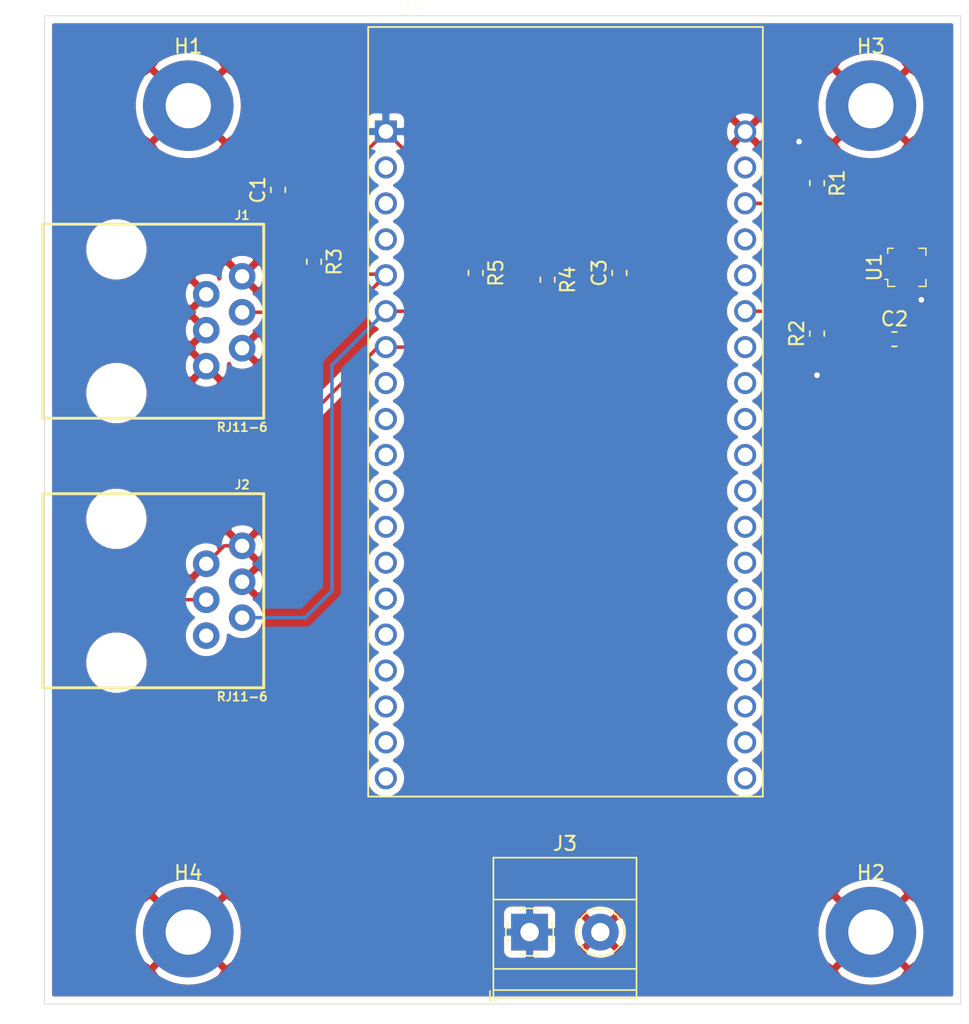
<source format=kicad_pcb>
(kicad_pcb (version 20171130) (host pcbnew 5.1.7-a382d34a8~88~ubuntu20.04.1)

  (general
    (thickness 1.6)
    (drawings 4)
    (tracks 61)
    (zones 0)
    (modules 17)
    (nets 40)
  )

  (page A4)
  (layers
    (0 F.Cu signal)
    (31 B.Cu signal)
    (32 B.Adhes user)
    (33 F.Adhes user)
    (34 B.Paste user)
    (35 F.Paste user)
    (36 B.SilkS user)
    (37 F.SilkS user)
    (38 B.Mask user)
    (39 F.Mask user)
    (40 Dwgs.User user)
    (41 Cmts.User user)
    (42 Eco1.User user)
    (43 Eco2.User user)
    (44 Edge.Cuts user)
    (45 Margin user)
    (46 B.CrtYd user)
    (47 F.CrtYd user)
    (48 B.Fab user)
    (49 F.Fab user)
  )

  (setup
    (last_trace_width 0.25)
    (trace_clearance 0.2)
    (zone_clearance 0.508)
    (zone_45_only no)
    (trace_min 0.2)
    (via_size 0.8)
    (via_drill 0.4)
    (via_min_size 0.4)
    (via_min_drill 0.3)
    (uvia_size 0.3)
    (uvia_drill 0.1)
    (uvias_allowed no)
    (uvia_min_size 0.2)
    (uvia_min_drill 0.1)
    (edge_width 0.05)
    (segment_width 0.2)
    (pcb_text_width 0.3)
    (pcb_text_size 1.5 1.5)
    (mod_edge_width 0.12)
    (mod_text_size 1 1)
    (mod_text_width 0.15)
    (pad_size 1.524 1.524)
    (pad_drill 0.762)
    (pad_to_mask_clearance 0.05)
    (aux_axis_origin 0 0)
    (visible_elements FFFFFF7F)
    (pcbplotparams
      (layerselection 0x010fc_ffffffff)
      (usegerberextensions false)
      (usegerberattributes true)
      (usegerberadvancedattributes true)
      (creategerberjobfile true)
      (excludeedgelayer true)
      (linewidth 0.100000)
      (plotframeref false)
      (viasonmask false)
      (mode 1)
      (useauxorigin false)
      (hpglpennumber 1)
      (hpglpenspeed 20)
      (hpglpendiameter 15.000000)
      (psnegative false)
      (psa4output false)
      (plotreference true)
      (plotvalue true)
      (plotinvisibletext false)
      (padsonsilk false)
      (subtractmaskfromsilk false)
      (outputformat 1)
      (mirror false)
      (drillshape 0)
      (scaleselection 1)
      (outputdirectory "gerbers/"))
  )

  (net 0 "")
  (net 1 VDD)
  (net 2 GND)
  (net 3 "Net-(J2-Pad6)")
  (net 4 /SCL)
  (net 5 /SDA)
  (net 6 "Net-(U2-Pad2)")
  (net 7 "Net-(U2-Pad19)")
  (net 8 "Net-(U2-Pad3)")
  (net 9 "Net-(U2-Pad4)")
  (net 10 "Net-(U2-Pad8)")
  (net 11 "Net-(U2-Pad9)")
  (net 12 "Net-(U2-Pad10)")
  (net 13 "Net-(U2-Pad11)")
  (net 14 "Net-(U2-Pad12)")
  (net 15 "Net-(U2-Pad13)")
  (net 16 "Net-(U2-Pad14)")
  (net 17 "Net-(U2-Pad15)")
  (net 18 "Net-(U2-Pad16)")
  (net 19 "Net-(U2-Pad17)")
  (net 20 "Net-(U2-Pad18)")
  (net 21 "Net-(U2-Pad21)")
  (net 22 "Net-(U2-Pad23)")
  (net 23 "Net-(U2-Pad24)")
  (net 24 "Net-(U2-Pad26)")
  (net 25 "Net-(U2-Pad27)")
  (net 26 "Net-(U2-Pad28)")
  (net 27 "Net-(U2-Pad29)")
  (net 28 "Net-(U2-Pad30)")
  (net 29 "Net-(U2-Pad31)")
  (net 30 "Net-(U2-Pad32)")
  (net 31 "Net-(U2-Pad33)")
  (net 32 "Net-(U2-Pad34)")
  (net 33 "Net-(U2-Pad35)")
  (net 34 "Net-(U2-Pad36)")
  (net 35 "Net-(U2-Pad37)")
  (net 36 "Net-(U2-Pad38)")
  (net 37 /RAIN)
  (net 38 /WIND_DIR)
  (net 39 /WIND_SPD)

  (net_class Default "This is the default net class."
    (clearance 0.2)
    (trace_width 0.25)
    (via_dia 0.8)
    (via_drill 0.4)
    (uvia_dia 0.3)
    (uvia_drill 0.1)
    (add_net /RAIN)
    (add_net /SCL)
    (add_net /SDA)
    (add_net /WIND_DIR)
    (add_net /WIND_SPD)
    (add_net GND)
    (add_net "Net-(J2-Pad6)")
    (add_net "Net-(U2-Pad10)")
    (add_net "Net-(U2-Pad11)")
    (add_net "Net-(U2-Pad12)")
    (add_net "Net-(U2-Pad13)")
    (add_net "Net-(U2-Pad14)")
    (add_net "Net-(U2-Pad15)")
    (add_net "Net-(U2-Pad16)")
    (add_net "Net-(U2-Pad17)")
    (add_net "Net-(U2-Pad18)")
    (add_net "Net-(U2-Pad19)")
    (add_net "Net-(U2-Pad2)")
    (add_net "Net-(U2-Pad21)")
    (add_net "Net-(U2-Pad23)")
    (add_net "Net-(U2-Pad24)")
    (add_net "Net-(U2-Pad26)")
    (add_net "Net-(U2-Pad27)")
    (add_net "Net-(U2-Pad28)")
    (add_net "Net-(U2-Pad29)")
    (add_net "Net-(U2-Pad3)")
    (add_net "Net-(U2-Pad30)")
    (add_net "Net-(U2-Pad31)")
    (add_net "Net-(U2-Pad32)")
    (add_net "Net-(U2-Pad33)")
    (add_net "Net-(U2-Pad34)")
    (add_net "Net-(U2-Pad35)")
    (add_net "Net-(U2-Pad36)")
    (add_net "Net-(U2-Pad37)")
    (add_net "Net-(U2-Pad38)")
    (add_net "Net-(U2-Pad4)")
    (add_net "Net-(U2-Pad8)")
    (add_net "Net-(U2-Pad9)")
    (add_net VDD)
  )

  (module Capacitor_SMD:C_0603_1608Metric_Pad1.05x0.95mm_HandSolder (layer F.Cu) (tedit 5B301BBE) (tstamp 60513AAE)
    (at 143.51 76.595 90)
    (descr "Capacitor SMD 0603 (1608 Metric), square (rectangular) end terminal, IPC_7351 nominal with elongated pad for handsoldering. (Body size source: http://www.tortai-tech.com/upload/download/2011102023233369053.pdf), generated with kicad-footprint-generator")
    (tags "capacitor handsolder")
    (path /5F63B6B2)
    (attr smd)
    (fp_text reference C3 (at 0 -1.43 90) (layer F.SilkS)
      (effects (font (size 1 1) (thickness 0.15)))
    )
    (fp_text value 10pF (at 0 1.43 90) (layer F.Fab)
      (effects (font (size 1 1) (thickness 0.15)))
    )
    (fp_line (start -0.8 0.4) (end -0.8 -0.4) (layer F.Fab) (width 0.1))
    (fp_line (start -0.8 -0.4) (end 0.8 -0.4) (layer F.Fab) (width 0.1))
    (fp_line (start 0.8 -0.4) (end 0.8 0.4) (layer F.Fab) (width 0.1))
    (fp_line (start 0.8 0.4) (end -0.8 0.4) (layer F.Fab) (width 0.1))
    (fp_line (start -0.171267 -0.51) (end 0.171267 -0.51) (layer F.SilkS) (width 0.12))
    (fp_line (start -0.171267 0.51) (end 0.171267 0.51) (layer F.SilkS) (width 0.12))
    (fp_line (start -1.65 0.73) (end -1.65 -0.73) (layer F.CrtYd) (width 0.05))
    (fp_line (start -1.65 -0.73) (end 1.65 -0.73) (layer F.CrtYd) (width 0.05))
    (fp_line (start 1.65 -0.73) (end 1.65 0.73) (layer F.CrtYd) (width 0.05))
    (fp_line (start 1.65 0.73) (end -1.65 0.73) (layer F.CrtYd) (width 0.05))
    (fp_text user %R (at 0 0 90) (layer F.Fab)
      (effects (font (size 0.4 0.4) (thickness 0.06)))
    )
    (pad 2 smd roundrect (at 0.875 0 90) (size 1.05 0.95) (layers F.Cu F.Paste F.Mask) (roundrect_rratio 0.25)
      (net 2 GND))
    (pad 1 smd roundrect (at -0.875 0 90) (size 1.05 0.95) (layers F.Cu F.Paste F.Mask) (roundrect_rratio 0.25)
      (net 39 /WIND_SPD))
    (model ${KISYS3DMOD}/Capacitor_SMD.3dshapes/C_0603_1608Metric.wrl
      (at (xyz 0 0 0))
      (scale (xyz 1 1 1))
      (rotate (xyz 0 0 0))
    )
  )

  (module Resistor_SMD:R_0603_1608Metric_Pad1.05x0.95mm_HandSolder (layer F.Cu) (tedit 5B301BBD) (tstamp 60512830)
    (at 133.35 76.595 270)
    (descr "Resistor SMD 0603 (1608 Metric), square (rectangular) end terminal, IPC_7351 nominal with elongated pad for handsoldering. (Body size source: http://www.tortai-tech.com/upload/download/2011102023233369053.pdf), generated with kicad-footprint-generator")
    (tags "resistor handsolder")
    (path /5F5CD842)
    (attr smd)
    (fp_text reference R5 (at 0 -1.43 90) (layer F.SilkS)
      (effects (font (size 1 1) (thickness 0.15)))
    )
    (fp_text value 4.7k (at 0 1.43 90) (layer F.Fab)
      (effects (font (size 1 1) (thickness 0.15)))
    )
    (fp_line (start -0.8 0.4) (end -0.8 -0.4) (layer F.Fab) (width 0.1))
    (fp_line (start -0.8 -0.4) (end 0.8 -0.4) (layer F.Fab) (width 0.1))
    (fp_line (start 0.8 -0.4) (end 0.8 0.4) (layer F.Fab) (width 0.1))
    (fp_line (start 0.8 0.4) (end -0.8 0.4) (layer F.Fab) (width 0.1))
    (fp_line (start -0.171267 -0.51) (end 0.171267 -0.51) (layer F.SilkS) (width 0.12))
    (fp_line (start -0.171267 0.51) (end 0.171267 0.51) (layer F.SilkS) (width 0.12))
    (fp_line (start -1.65 0.73) (end -1.65 -0.73) (layer F.CrtYd) (width 0.05))
    (fp_line (start -1.65 -0.73) (end 1.65 -0.73) (layer F.CrtYd) (width 0.05))
    (fp_line (start 1.65 -0.73) (end 1.65 0.73) (layer F.CrtYd) (width 0.05))
    (fp_line (start 1.65 0.73) (end -1.65 0.73) (layer F.CrtYd) (width 0.05))
    (fp_text user %R (at 0 0 90) (layer F.Fab)
      (effects (font (size 0.4 0.4) (thickness 0.06)))
    )
    (pad 2 smd roundrect (at 0.875 0 270) (size 1.05 0.95) (layers F.Cu F.Paste F.Mask) (roundrect_rratio 0.25)
      (net 38 /WIND_DIR))
    (pad 1 smd roundrect (at -0.875 0 270) (size 1.05 0.95) (layers F.Cu F.Paste F.Mask) (roundrect_rratio 0.25)
      (net 1 VDD))
    (model ${KISYS3DMOD}/Resistor_SMD.3dshapes/R_0603_1608Metric.wrl
      (at (xyz 0 0 0))
      (scale (xyz 1 1 1))
      (rotate (xyz 0 0 0))
    )
  )

  (module Resistor_SMD:R_0603_1608Metric_Pad1.05x0.95mm_HandSolder (layer F.Cu) (tedit 5B301BBD) (tstamp 60511833)
    (at 138.43 77.075 270)
    (descr "Resistor SMD 0603 (1608 Metric), square (rectangular) end terminal, IPC_7351 nominal with elongated pad for handsoldering. (Body size source: http://www.tortai-tech.com/upload/download/2011102023233369053.pdf), generated with kicad-footprint-generator")
    (tags "resistor handsolder")
    (path /5F5E8AAF)
    (attr smd)
    (fp_text reference R4 (at 0 -1.43 90) (layer F.SilkS)
      (effects (font (size 1 1) (thickness 0.15)))
    )
    (fp_text value 100k (at 0 1.43 90) (layer F.Fab)
      (effects (font (size 1 1) (thickness 0.15)))
    )
    (fp_line (start -0.8 0.4) (end -0.8 -0.4) (layer F.Fab) (width 0.1))
    (fp_line (start -0.8 -0.4) (end 0.8 -0.4) (layer F.Fab) (width 0.1))
    (fp_line (start 0.8 -0.4) (end 0.8 0.4) (layer F.Fab) (width 0.1))
    (fp_line (start 0.8 0.4) (end -0.8 0.4) (layer F.Fab) (width 0.1))
    (fp_line (start -0.171267 -0.51) (end 0.171267 -0.51) (layer F.SilkS) (width 0.12))
    (fp_line (start -0.171267 0.51) (end 0.171267 0.51) (layer F.SilkS) (width 0.12))
    (fp_line (start -1.65 0.73) (end -1.65 -0.73) (layer F.CrtYd) (width 0.05))
    (fp_line (start -1.65 -0.73) (end 1.65 -0.73) (layer F.CrtYd) (width 0.05))
    (fp_line (start 1.65 -0.73) (end 1.65 0.73) (layer F.CrtYd) (width 0.05))
    (fp_line (start 1.65 0.73) (end -1.65 0.73) (layer F.CrtYd) (width 0.05))
    (fp_text user %R (at 0 0 90) (layer F.Fab)
      (effects (font (size 0.4 0.4) (thickness 0.06)))
    )
    (pad 2 smd roundrect (at 0.875 0 270) (size 1.05 0.95) (layers F.Cu F.Paste F.Mask) (roundrect_rratio 0.25)
      (net 39 /WIND_SPD))
    (pad 1 smd roundrect (at -0.875 0 270) (size 1.05 0.95) (layers F.Cu F.Paste F.Mask) (roundrect_rratio 0.25)
      (net 1 VDD))
    (model ${KISYS3DMOD}/Resistor_SMD.3dshapes/R_0603_1608Metric.wrl
      (at (xyz 0 0 0))
      (scale (xyz 1 1 1))
      (rotate (xyz 0 0 0))
    )
  )

  (module Resistor_SMD:R_0603_1608Metric_Pad1.05x0.95mm_HandSolder (layer F.Cu) (tedit 5B301BBD) (tstamp 605135F6)
    (at 121.92 75.805 270)
    (descr "Resistor SMD 0603 (1608 Metric), square (rectangular) end terminal, IPC_7351 nominal with elongated pad for handsoldering. (Body size source: http://www.tortai-tech.com/upload/download/2011102023233369053.pdf), generated with kicad-footprint-generator")
    (tags "resistor handsolder")
    (path /5F5102BE)
    (attr smd)
    (fp_text reference R3 (at 0 -1.43 90) (layer F.SilkS)
      (effects (font (size 1 1) (thickness 0.15)))
    )
    (fp_text value 100k (at 0 1.43 90) (layer F.Fab)
      (effects (font (size 1 1) (thickness 0.15)))
    )
    (fp_line (start -0.8 0.4) (end -0.8 -0.4) (layer F.Fab) (width 0.1))
    (fp_line (start -0.8 -0.4) (end 0.8 -0.4) (layer F.Fab) (width 0.1))
    (fp_line (start 0.8 -0.4) (end 0.8 0.4) (layer F.Fab) (width 0.1))
    (fp_line (start 0.8 0.4) (end -0.8 0.4) (layer F.Fab) (width 0.1))
    (fp_line (start -0.171267 -0.51) (end 0.171267 -0.51) (layer F.SilkS) (width 0.12))
    (fp_line (start -0.171267 0.51) (end 0.171267 0.51) (layer F.SilkS) (width 0.12))
    (fp_line (start -1.65 0.73) (end -1.65 -0.73) (layer F.CrtYd) (width 0.05))
    (fp_line (start -1.65 -0.73) (end 1.65 -0.73) (layer F.CrtYd) (width 0.05))
    (fp_line (start 1.65 -0.73) (end 1.65 0.73) (layer F.CrtYd) (width 0.05))
    (fp_line (start 1.65 0.73) (end -1.65 0.73) (layer F.CrtYd) (width 0.05))
    (fp_text user %R (at 0 0 90) (layer F.Fab)
      (effects (font (size 0.4 0.4) (thickness 0.06)))
    )
    (pad 2 smd roundrect (at 0.875 0 270) (size 1.05 0.95) (layers F.Cu F.Paste F.Mask) (roundrect_rratio 0.25)
      (net 37 /RAIN))
    (pad 1 smd roundrect (at -0.875 0 270) (size 1.05 0.95) (layers F.Cu F.Paste F.Mask) (roundrect_rratio 0.25)
      (net 1 VDD))
    (model ${KISYS3DMOD}/Resistor_SMD.3dshapes/R_0603_1608Metric.wrl
      (at (xyz 0 0 0))
      (scale (xyz 1 1 1))
      (rotate (xyz 0 0 0))
    )
  )

  (module Capacitor_SMD:C_0603_1608Metric_Pad1.05x0.95mm_HandSolder (layer F.Cu) (tedit 5B301BBE) (tstamp 5F532386)
    (at 119.38 70.725 90)
    (descr "Capacitor SMD 0603 (1608 Metric), square (rectangular) end terminal, IPC_7351 nominal with elongated pad for handsoldering. (Body size source: http://www.tortai-tech.com/upload/download/2011102023233369053.pdf), generated with kicad-footprint-generator")
    (tags "capacitor handsolder")
    (path /5F5253B2)
    (attr smd)
    (fp_text reference C1 (at 0 -1.43 90) (layer F.SilkS)
      (effects (font (size 1 1) (thickness 0.15)))
    )
    (fp_text value 10pF (at 0 1.43 90) (layer F.Fab)
      (effects (font (size 1 1) (thickness 0.15)))
    )
    (fp_line (start -0.8 0.4) (end -0.8 -0.4) (layer F.Fab) (width 0.1))
    (fp_line (start -0.8 -0.4) (end 0.8 -0.4) (layer F.Fab) (width 0.1))
    (fp_line (start 0.8 -0.4) (end 0.8 0.4) (layer F.Fab) (width 0.1))
    (fp_line (start 0.8 0.4) (end -0.8 0.4) (layer F.Fab) (width 0.1))
    (fp_line (start -0.171267 -0.51) (end 0.171267 -0.51) (layer F.SilkS) (width 0.12))
    (fp_line (start -0.171267 0.51) (end 0.171267 0.51) (layer F.SilkS) (width 0.12))
    (fp_line (start -1.65 0.73) (end -1.65 -0.73) (layer F.CrtYd) (width 0.05))
    (fp_line (start -1.65 -0.73) (end 1.65 -0.73) (layer F.CrtYd) (width 0.05))
    (fp_line (start 1.65 -0.73) (end 1.65 0.73) (layer F.CrtYd) (width 0.05))
    (fp_line (start 1.65 0.73) (end -1.65 0.73) (layer F.CrtYd) (width 0.05))
    (fp_text user %R (at 0 0 90) (layer F.Fab)
      (effects (font (size 0.4 0.4) (thickness 0.06)))
    )
    (pad 2 smd roundrect (at 0.875 0 90) (size 1.05 0.95) (layers F.Cu F.Paste F.Mask) (roundrect_rratio 0.25)
      (net 2 GND))
    (pad 1 smd roundrect (at -0.875 0 90) (size 1.05 0.95) (layers F.Cu F.Paste F.Mask) (roundrect_rratio 0.25)
      (net 37 /RAIN))
    (model ${KISYS3DMOD}/Capacitor_SMD.3dshapes/C_0603_1608Metric.wrl
      (at (xyz 0 0 0))
      (scale (xyz 1 1 1))
      (rotate (xyz 0 0 0))
    )
  )

  (module Capacitor_SMD:C_0603_1608Metric_Pad1.05x0.95mm_HandSolder (layer F.Cu) (tedit 5B301BBE) (tstamp 5F4E960B)
    (at 162.955 81.28)
    (descr "Capacitor SMD 0603 (1608 Metric), square (rectangular) end terminal, IPC_7351 nominal with elongated pad for handsoldering. (Body size source: http://www.tortai-tech.com/upload/download/2011102023233369053.pdf), generated with kicad-footprint-generator")
    (tags "capacitor handsolder")
    (path /5F15DE3E)
    (attr smd)
    (fp_text reference C2 (at 0 -1.43) (layer F.SilkS)
      (effects (font (size 1 1) (thickness 0.15)))
    )
    (fp_text value 100nF (at 0 1.43) (layer F.Fab)
      (effects (font (size 1 1) (thickness 0.15)))
    )
    (fp_line (start -0.8 0.4) (end -0.8 -0.4) (layer F.Fab) (width 0.1))
    (fp_line (start -0.8 -0.4) (end 0.8 -0.4) (layer F.Fab) (width 0.1))
    (fp_line (start 0.8 -0.4) (end 0.8 0.4) (layer F.Fab) (width 0.1))
    (fp_line (start 0.8 0.4) (end -0.8 0.4) (layer F.Fab) (width 0.1))
    (fp_line (start -0.171267 -0.51) (end 0.171267 -0.51) (layer F.SilkS) (width 0.12))
    (fp_line (start -0.171267 0.51) (end 0.171267 0.51) (layer F.SilkS) (width 0.12))
    (fp_line (start -1.65 0.73) (end -1.65 -0.73) (layer F.CrtYd) (width 0.05))
    (fp_line (start -1.65 -0.73) (end 1.65 -0.73) (layer F.CrtYd) (width 0.05))
    (fp_line (start 1.65 -0.73) (end 1.65 0.73) (layer F.CrtYd) (width 0.05))
    (fp_line (start 1.65 0.73) (end -1.65 0.73) (layer F.CrtYd) (width 0.05))
    (fp_text user %R (at 0 0) (layer F.Fab)
      (effects (font (size 0.4 0.4) (thickness 0.06)))
    )
    (pad 1 smd roundrect (at -0.875 0) (size 1.05 0.95) (layers F.Cu F.Paste F.Mask) (roundrect_rratio 0.25)
      (net 1 VDD))
    (pad 2 smd roundrect (at 0.875 0) (size 1.05 0.95) (layers F.Cu F.Paste F.Mask) (roundrect_rratio 0.25)
      (net 2 GND))
    (model ${KISYS3DMOD}/Capacitor_SMD.3dshapes/C_0603_1608Metric.wrl
      (at (xyz 0 0 0))
      (scale (xyz 1 1 1))
      (rotate (xyz 0 0 0))
    )
  )

  (module MountingHole:MountingHole_3.2mm_M3_Pad (layer F.Cu) (tedit 56D1B4CB) (tstamp 5F532452)
    (at 113.03 64.77)
    (descr "Mounting Hole 3.2mm, M3")
    (tags "mounting hole 3.2mm m3")
    (path /5F1BA88B)
    (attr virtual)
    (fp_text reference H1 (at 0 -4.2) (layer F.SilkS)
      (effects (font (size 1 1) (thickness 0.15)))
    )
    (fp_text value MountingHole_Pad (at 0 4.2) (layer F.Fab)
      (effects (font (size 1 1) (thickness 0.15)))
    )
    (fp_circle (center 0 0) (end 3.45 0) (layer F.CrtYd) (width 0.05))
    (fp_circle (center 0 0) (end 3.2 0) (layer Cmts.User) (width 0.15))
    (fp_text user %R (at 0.3 0) (layer F.Fab)
      (effects (font (size 1 1) (thickness 0.15)))
    )
    (pad 1 thru_hole circle (at 0 0) (size 6.4 6.4) (drill 3.2) (layers *.Cu *.Mask)
      (net 2 GND))
  )

  (module MountingHole:MountingHole_3.2mm_M3_Pad (layer F.Cu) (tedit 56D1B4CB) (tstamp 5F5323DD)
    (at 161.29 123.19)
    (descr "Mounting Hole 3.2mm, M3")
    (tags "mounting hole 3.2mm m3")
    (path /5F1BAF09)
    (attr virtual)
    (fp_text reference H2 (at 0 -4.2) (layer F.SilkS)
      (effects (font (size 1 1) (thickness 0.15)))
    )
    (fp_text value MountingHole_Pad (at 0 4.2) (layer F.Fab)
      (effects (font (size 1 1) (thickness 0.15)))
    )
    (fp_circle (center 0 0) (end 3.45 0) (layer F.CrtYd) (width 0.05))
    (fp_circle (center 0 0) (end 3.2 0) (layer Cmts.User) (width 0.15))
    (fp_text user %R (at 0.3 0) (layer F.Fab)
      (effects (font (size 1 1) (thickness 0.15)))
    )
    (pad 1 thru_hole circle (at 0 0) (size 6.4 6.4) (drill 3.2) (layers *.Cu *.Mask)
      (net 2 GND))
  )

  (module MountingHole:MountingHole_3.2mm_M3_Pad (layer F.Cu) (tedit 56D1B4CB) (tstamp 6051322B)
    (at 161.29 64.77)
    (descr "Mounting Hole 3.2mm, M3")
    (tags "mounting hole 3.2mm m3")
    (path /5F1BA54B)
    (attr virtual)
    (fp_text reference H3 (at 0 -4.2) (layer F.SilkS)
      (effects (font (size 1 1) (thickness 0.15)))
    )
    (fp_text value MountingHole_Pad (at 0 4.2) (layer F.Fab)
      (effects (font (size 1 1) (thickness 0.15)))
    )
    (fp_circle (center 0 0) (end 3.2 0) (layer Cmts.User) (width 0.15))
    (fp_circle (center 0 0) (end 3.45 0) (layer F.CrtYd) (width 0.05))
    (fp_text user %R (at 0.3 0) (layer F.Fab)
      (effects (font (size 1 1) (thickness 0.15)))
    )
    (pad 1 thru_hole circle (at 0 0) (size 6.4 6.4) (drill 3.2) (layers *.Cu *.Mask)
      (net 2 GND))
  )

  (module MountingHole:MountingHole_3.2mm_M3_Pad (layer F.Cu) (tedit 56D1B4CB) (tstamp 5F5323F2)
    (at 113.03 123.19)
    (descr "Mounting Hole 3.2mm, M3")
    (tags "mounting hole 3.2mm m3")
    (path /5F1BABDB)
    (attr virtual)
    (fp_text reference H4 (at 0 -4.2) (layer F.SilkS)
      (effects (font (size 1 1) (thickness 0.15)))
    )
    (fp_text value MountingHole_Pad (at 0 4.2) (layer F.Fab)
      (effects (font (size 1 1) (thickness 0.15)))
    )
    (fp_circle (center 0 0) (end 3.2 0) (layer Cmts.User) (width 0.15))
    (fp_circle (center 0 0) (end 3.45 0) (layer F.CrtYd) (width 0.05))
    (fp_text user %R (at 0.3 0) (layer F.Fab)
      (effects (font (size 1 1) (thickness 0.15)))
    )
    (pad 1 thru_hole circle (at 0 0) (size 6.4 6.4) (drill 3.2) (layers *.Cu *.Mask)
      (net 2 GND))
  )

  (module Connectors:RJ11-6 (layer F.Cu) (tedit 200000) (tstamp 5F532427)
    (at 107.95 80.01 270)
    (descr "RJ11 6-PIN SOCKET WITH PCB MOUNTING POST")
    (tags "RJ11 6-PIN SOCKET WITH PCB MOUNTING POST")
    (path /5F14B6DF)
    (attr virtual)
    (fp_text reference J1 (at -7.493 -8.89) (layer F.SilkS)
      (effects (font (size 0.6096 0.6096) (thickness 0.127)))
    )
    (fp_text value RJ11-6 (at 7.493 -8.89) (layer F.SilkS)
      (effects (font (size 0.6096 0.6096) (thickness 0.127)))
    )
    (fp_line (start 6.858 5.207) (end 6.858 -10.414) (layer F.SilkS) (width 0.2032))
    (fp_line (start 6.858 -10.414) (end -6.858 -10.414) (layer F.SilkS) (width 0.2032))
    (fp_line (start -6.858 -10.414) (end -6.858 5.207) (layer F.SilkS) (width 0.2032))
    (fp_line (start 6.858 5.207) (end -6.858 5.207) (layer F.SilkS) (width 0.2032))
    (fp_line (start -6.858 5.207) (end -6.858 8.128) (layer Dwgs.User) (width 0.2032))
    (fp_line (start -6.858 8.128) (end 6.858 8.128) (layer Dwgs.User) (width 0.2032))
    (fp_line (start 6.858 8.128) (end 6.858 5.207) (layer Dwgs.User) (width 0.2032))
    (pad 1 thru_hole circle (at -3.175 -8.89 270) (size 1.8796 1.8796) (drill 1.016) (layers *.Cu *.Mask)
      (net 2 GND) (solder_mask_margin 0.1016))
    (pad 2 thru_hole circle (at -1.905 -6.35 270) (size 1.8796 1.8796) (drill 1.016) (layers *.Cu *.Mask)
      (net 2 GND) (solder_mask_margin 0.1016))
    (pad 3 thru_hole circle (at -0.635 -8.89 270) (size 1.8796 1.8796) (drill 1.016) (layers *.Cu *.Mask)
      (net 37 /RAIN) (solder_mask_margin 0.1016))
    (pad 4 thru_hole circle (at 0.635 -6.35 270) (size 1.8796 1.8796) (drill 1.016) (layers *.Cu *.Mask)
      (net 2 GND) (solder_mask_margin 0.1016))
    (pad 5 thru_hole circle (at 1.905 -8.89 270) (size 1.8796 1.8796) (drill 1.016) (layers *.Cu *.Mask)
      (net 2 GND) (solder_mask_margin 0.1016))
    (pad 6 thru_hole circle (at 3.175 -6.35 270) (size 1.8796 1.8796) (drill 1.016) (layers *.Cu *.Mask)
      (net 2 GND) (solder_mask_margin 0.1016))
    (pad "" np_thru_hole circle (at -5.08 0 270) (size 3.2512 3.2512) (drill 3.2512) (layers *.Cu *.Mask)
      (solder_mask_margin 0.1016))
    (pad "" np_thru_hole circle (at 5.08 0 270) (size 3.2512 3.2512) (drill 3.2512) (layers *.Cu *.Mask)
      (solder_mask_margin 0.1016))
  )

  (module Connectors:RJ11-6 (layer F.Cu) (tedit 200000) (tstamp 60512EAB)
    (at 107.95 99.06 270)
    (descr "RJ11 6-PIN SOCKET WITH PCB MOUNTING POST")
    (tags "RJ11 6-PIN SOCKET WITH PCB MOUNTING POST")
    (path /5F14BBE3)
    (attr virtual)
    (fp_text reference J2 (at -7.493 -8.89) (layer F.SilkS)
      (effects (font (size 0.6096 0.6096) (thickness 0.127)))
    )
    (fp_text value RJ11-6 (at 7.493 -8.89) (layer F.SilkS)
      (effects (font (size 0.6096 0.6096) (thickness 0.127)))
    )
    (fp_line (start 6.858 8.128) (end 6.858 5.207) (layer Dwgs.User) (width 0.2032))
    (fp_line (start -6.858 8.128) (end 6.858 8.128) (layer Dwgs.User) (width 0.2032))
    (fp_line (start -6.858 5.207) (end -6.858 8.128) (layer Dwgs.User) (width 0.2032))
    (fp_line (start 6.858 5.207) (end -6.858 5.207) (layer F.SilkS) (width 0.2032))
    (fp_line (start -6.858 -10.414) (end -6.858 5.207) (layer F.SilkS) (width 0.2032))
    (fp_line (start 6.858 -10.414) (end -6.858 -10.414) (layer F.SilkS) (width 0.2032))
    (fp_line (start 6.858 5.207) (end 6.858 -10.414) (layer F.SilkS) (width 0.2032))
    (pad "" np_thru_hole circle (at 5.08 0 270) (size 3.2512 3.2512) (drill 3.2512) (layers *.Cu *.Mask)
      (solder_mask_margin 0.1016))
    (pad "" np_thru_hole circle (at -5.08 0 270) (size 3.2512 3.2512) (drill 3.2512) (layers *.Cu *.Mask)
      (solder_mask_margin 0.1016))
    (pad 6 thru_hole circle (at 3.175 -6.35 270) (size 1.8796 1.8796) (drill 1.016) (layers *.Cu *.Mask)
      (net 3 "Net-(J2-Pad6)") (solder_mask_margin 0.1016))
    (pad 5 thru_hole circle (at 1.905 -8.89 270) (size 1.8796 1.8796) (drill 1.016) (layers *.Cu *.Mask)
      (net 38 /WIND_DIR) (solder_mask_margin 0.1016))
    (pad 4 thru_hole circle (at 0.635 -6.35 270) (size 1.8796 1.8796) (drill 1.016) (layers *.Cu *.Mask)
      (net 39 /WIND_SPD) (solder_mask_margin 0.1016))
    (pad 3 thru_hole circle (at -0.635 -8.89 270) (size 1.8796 1.8796) (drill 1.016) (layers *.Cu *.Mask)
      (net 2 GND) (solder_mask_margin 0.1016))
    (pad 2 thru_hole circle (at -1.905 -6.35 270) (size 1.8796 1.8796) (drill 1.016) (layers *.Cu *.Mask)
      (net 2 GND) (solder_mask_margin 0.1016))
    (pad 1 thru_hole circle (at -3.175 -8.89 270) (size 1.8796 1.8796) (drill 1.016) (layers *.Cu *.Mask)
      (net 2 GND) (solder_mask_margin 0.1016))
  )

  (module TerminalBlock_Phoenix:TerminalBlock_Phoenix_MKDS-1,5-2_1x02_P5.00mm_Horizontal (layer F.Cu) (tedit 5B294EE5) (tstamp 5F5325ED)
    (at 137.16 123.19)
    (descr "Terminal Block Phoenix MKDS-1,5-2, 2 pins, pitch 5mm, size 10x9.8mm^2, drill diamater 1.3mm, pad diameter 2.6mm, see http://www.farnell.com/datasheets/100425.pdf, script-generated using https://github.com/pointhi/kicad-footprint-generator/scripts/TerminalBlock_Phoenix")
    (tags "THT Terminal Block Phoenix MKDS-1,5-2 pitch 5mm size 10x9.8mm^2 drill 1.3mm pad 2.6mm")
    (path /5F1B3D0E)
    (fp_text reference J3 (at 2.5 -6.26) (layer F.SilkS)
      (effects (font (size 1 1) (thickness 0.15)))
    )
    (fp_text value 1935161 (at 2.5 5.66) (layer F.Fab)
      (effects (font (size 1 1) (thickness 0.15)))
    )
    (fp_circle (center 0 0) (end 1.5 0) (layer F.Fab) (width 0.1))
    (fp_circle (center 5 0) (end 6.5 0) (layer F.Fab) (width 0.1))
    (fp_circle (center 5 0) (end 6.68 0) (layer F.SilkS) (width 0.12))
    (fp_line (start -2.5 -5.2) (end 7.5 -5.2) (layer F.Fab) (width 0.1))
    (fp_line (start 7.5 -5.2) (end 7.5 4.6) (layer F.Fab) (width 0.1))
    (fp_line (start 7.5 4.6) (end -2 4.6) (layer F.Fab) (width 0.1))
    (fp_line (start -2 4.6) (end -2.5 4.1) (layer F.Fab) (width 0.1))
    (fp_line (start -2.5 4.1) (end -2.5 -5.2) (layer F.Fab) (width 0.1))
    (fp_line (start -2.5 4.1) (end 7.5 4.1) (layer F.Fab) (width 0.1))
    (fp_line (start -2.56 4.1) (end 7.56 4.1) (layer F.SilkS) (width 0.12))
    (fp_line (start -2.5 2.6) (end 7.5 2.6) (layer F.Fab) (width 0.1))
    (fp_line (start -2.56 2.6) (end 7.56 2.6) (layer F.SilkS) (width 0.12))
    (fp_line (start -2.5 -2.3) (end 7.5 -2.3) (layer F.Fab) (width 0.1))
    (fp_line (start -2.56 -2.301) (end 7.56 -2.301) (layer F.SilkS) (width 0.12))
    (fp_line (start -2.56 -5.261) (end 7.56 -5.261) (layer F.SilkS) (width 0.12))
    (fp_line (start -2.56 4.66) (end 7.56 4.66) (layer F.SilkS) (width 0.12))
    (fp_line (start -2.56 -5.261) (end -2.56 4.66) (layer F.SilkS) (width 0.12))
    (fp_line (start 7.56 -5.261) (end 7.56 4.66) (layer F.SilkS) (width 0.12))
    (fp_line (start 1.138 -0.955) (end -0.955 1.138) (layer F.Fab) (width 0.1))
    (fp_line (start 0.955 -1.138) (end -1.138 0.955) (layer F.Fab) (width 0.1))
    (fp_line (start 6.138 -0.955) (end 4.046 1.138) (layer F.Fab) (width 0.1))
    (fp_line (start 5.955 -1.138) (end 3.863 0.955) (layer F.Fab) (width 0.1))
    (fp_line (start 6.275 -1.069) (end 6.228 -1.023) (layer F.SilkS) (width 0.12))
    (fp_line (start 3.966 1.239) (end 3.931 1.274) (layer F.SilkS) (width 0.12))
    (fp_line (start 6.07 -1.275) (end 6.035 -1.239) (layer F.SilkS) (width 0.12))
    (fp_line (start 3.773 1.023) (end 3.726 1.069) (layer F.SilkS) (width 0.12))
    (fp_line (start -2.8 4.16) (end -2.8 4.9) (layer F.SilkS) (width 0.12))
    (fp_line (start -2.8 4.9) (end -2.3 4.9) (layer F.SilkS) (width 0.12))
    (fp_line (start -3 -5.71) (end -3 5.1) (layer F.CrtYd) (width 0.05))
    (fp_line (start -3 5.1) (end 8 5.1) (layer F.CrtYd) (width 0.05))
    (fp_line (start 8 5.1) (end 8 -5.71) (layer F.CrtYd) (width 0.05))
    (fp_line (start 8 -5.71) (end -3 -5.71) (layer F.CrtYd) (width 0.05))
    (fp_arc (start 0 0) (end 0 1.68) (angle -24) (layer F.SilkS) (width 0.12))
    (fp_arc (start 0 0) (end 1.535 0.684) (angle -48) (layer F.SilkS) (width 0.12))
    (fp_arc (start 0 0) (end 0.684 -1.535) (angle -48) (layer F.SilkS) (width 0.12))
    (fp_arc (start 0 0) (end -1.535 -0.684) (angle -48) (layer F.SilkS) (width 0.12))
    (fp_arc (start 0 0) (end -0.684 1.535) (angle -25) (layer F.SilkS) (width 0.12))
    (fp_text user %R (at 2.5 3.2) (layer F.Fab)
      (effects (font (size 1 1) (thickness 0.15)))
    )
    (pad 1 thru_hole rect (at 0 0) (size 2.6 2.6) (drill 1.3) (layers *.Cu *.Mask)
      (net 1 VDD))
    (pad 2 thru_hole circle (at 5 0) (size 2.6 2.6) (drill 1.3) (layers *.Cu *.Mask)
      (net 2 GND))
    (model ${KISYS3DMOD}/TerminalBlock_Phoenix.3dshapes/TerminalBlock_Phoenix_MKDS-1,5-2_1x02_P5.00mm_Horizontal.wrl
      (at (xyz 0 0 0))
      (scale (xyz 1 1 1))
      (rotate (xyz 0 0 0))
    )
  )

  (module Resistor_SMD:R_0603_1608Metric_Pad1.05x0.95mm_HandSolder (layer F.Cu) (tedit 5B301BBD) (tstamp 5F4E968E)
    (at 157.48 70.245 270)
    (descr "Resistor SMD 0603 (1608 Metric), square (rectangular) end terminal, IPC_7351 nominal with elongated pad for handsoldering. (Body size source: http://www.tortai-tech.com/upload/download/2011102023233369053.pdf), generated with kicad-footprint-generator")
    (tags "resistor handsolder")
    (path /5F1598AF)
    (attr smd)
    (fp_text reference R1 (at 0 -1.43 90) (layer F.SilkS)
      (effects (font (size 1 1) (thickness 0.15)))
    )
    (fp_text value 4.7k (at 0 1.43 90) (layer F.Fab)
      (effects (font (size 1 1) (thickness 0.15)))
    )
    (fp_line (start -0.8 0.4) (end -0.8 -0.4) (layer F.Fab) (width 0.1))
    (fp_line (start -0.8 -0.4) (end 0.8 -0.4) (layer F.Fab) (width 0.1))
    (fp_line (start 0.8 -0.4) (end 0.8 0.4) (layer F.Fab) (width 0.1))
    (fp_line (start 0.8 0.4) (end -0.8 0.4) (layer F.Fab) (width 0.1))
    (fp_line (start -0.171267 -0.51) (end 0.171267 -0.51) (layer F.SilkS) (width 0.12))
    (fp_line (start -0.171267 0.51) (end 0.171267 0.51) (layer F.SilkS) (width 0.12))
    (fp_line (start -1.65 0.73) (end -1.65 -0.73) (layer F.CrtYd) (width 0.05))
    (fp_line (start -1.65 -0.73) (end 1.65 -0.73) (layer F.CrtYd) (width 0.05))
    (fp_line (start 1.65 -0.73) (end 1.65 0.73) (layer F.CrtYd) (width 0.05))
    (fp_line (start 1.65 0.73) (end -1.65 0.73) (layer F.CrtYd) (width 0.05))
    (fp_text user %R (at 0 0 90) (layer F.Fab)
      (effects (font (size 0.4 0.4) (thickness 0.06)))
    )
    (pad 1 smd roundrect (at -0.875 0 270) (size 1.05 0.95) (layers F.Cu F.Paste F.Mask) (roundrect_rratio 0.25)
      (net 1 VDD))
    (pad 2 smd roundrect (at 0.875 0 270) (size 1.05 0.95) (layers F.Cu F.Paste F.Mask) (roundrect_rratio 0.25)
      (net 4 /SCL))
    (model ${KISYS3DMOD}/Resistor_SMD.3dshapes/R_0603_1608Metric.wrl
      (at (xyz 0 0 0))
      (scale (xyz 1 1 1))
      (rotate (xyz 0 0 0))
    )
  )

  (module Resistor_SMD:R_0603_1608Metric_Pad1.05x0.95mm_HandSolder (layer F.Cu) (tedit 5B301BBD) (tstamp 60512754)
    (at 157.48 80.885 90)
    (descr "Resistor SMD 0603 (1608 Metric), square (rectangular) end terminal, IPC_7351 nominal with elongated pad for handsoldering. (Body size source: http://www.tortai-tech.com/upload/download/2011102023233369053.pdf), generated with kicad-footprint-generator")
    (tags "resistor handsolder")
    (path /5F15A6C8)
    (attr smd)
    (fp_text reference R2 (at 0 -1.43 90) (layer F.SilkS)
      (effects (font (size 1 1) (thickness 0.15)))
    )
    (fp_text value 4.7k (at 0 1.43 90) (layer F.Fab)
      (effects (font (size 1 1) (thickness 0.15)))
    )
    (fp_line (start 1.65 0.73) (end -1.65 0.73) (layer F.CrtYd) (width 0.05))
    (fp_line (start 1.65 -0.73) (end 1.65 0.73) (layer F.CrtYd) (width 0.05))
    (fp_line (start -1.65 -0.73) (end 1.65 -0.73) (layer F.CrtYd) (width 0.05))
    (fp_line (start -1.65 0.73) (end -1.65 -0.73) (layer F.CrtYd) (width 0.05))
    (fp_line (start -0.171267 0.51) (end 0.171267 0.51) (layer F.SilkS) (width 0.12))
    (fp_line (start -0.171267 -0.51) (end 0.171267 -0.51) (layer F.SilkS) (width 0.12))
    (fp_line (start 0.8 0.4) (end -0.8 0.4) (layer F.Fab) (width 0.1))
    (fp_line (start 0.8 -0.4) (end 0.8 0.4) (layer F.Fab) (width 0.1))
    (fp_line (start -0.8 -0.4) (end 0.8 -0.4) (layer F.Fab) (width 0.1))
    (fp_line (start -0.8 0.4) (end -0.8 -0.4) (layer F.Fab) (width 0.1))
    (fp_text user %R (at 0 0 90) (layer F.Fab)
      (effects (font (size 0.4 0.4) (thickness 0.06)))
    )
    (pad 2 smd roundrect (at 0.875 0 90) (size 1.05 0.95) (layers F.Cu F.Paste F.Mask) (roundrect_rratio 0.25)
      (net 5 /SDA))
    (pad 1 smd roundrect (at -0.875 0 90) (size 1.05 0.95) (layers F.Cu F.Paste F.Mask) (roundrect_rratio 0.25)
      (net 1 VDD))
    (model ${KISYS3DMOD}/Resistor_SMD.3dshapes/R_0603_1608Metric.wrl
      (at (xyz 0 0 0))
      (scale (xyz 1 1 1))
      (rotate (xyz 0 0 0))
    )
  )

  (module digikey-footprints:Pressure_Sensor_LGA-8_2.5x2.5mm_BME280 (layer F.Cu) (tedit 5D28959C) (tstamp 605126C5)
    (at 163.83 76.2 90)
    (path /5F1568CC)
    (attr smd)
    (fp_text reference U1 (at 0 -2.3 90) (layer F.SilkS)
      (effects (font (size 1 1) (thickness 0.15)))
    )
    (fp_text value BME280 (at 0 2.47 90) (layer F.Fab)
      (effects (font (size 1 1) (thickness 0.15)))
    )
    (fp_line (start 1.5 1.5) (end -1.5 1.5) (layer F.CrtYd) (width 0.05))
    (fp_line (start -1.5 -1.5) (end -1.5 1.5) (layer F.CrtYd) (width 0.05))
    (fp_line (start 1.5 -1.5) (end -1.5 -1.5) (layer F.CrtYd) (width 0.05))
    (fp_line (start 1.5 -1.5) (end 1.5 1.5) (layer F.CrtYd) (width 0.05))
    (fp_line (start 1.35 1.35) (end 1.35 0.85) (layer F.SilkS) (width 0.1))
    (fp_line (start 1.35 1.35) (end 0.85 1.35) (layer F.SilkS) (width 0.1))
    (fp_line (start -1.35 1.35) (end -1.35 0.85) (layer F.SilkS) (width 0.1))
    (fp_line (start -1.35 1.35) (end -0.85 1.35) (layer F.SilkS) (width 0.1))
    (fp_line (start -0.85 -1.35) (end -0.85 -1.55) (layer F.SilkS) (width 0.1))
    (fp_line (start -1.35 -1.35) (end -1.35 -0.85) (layer F.SilkS) (width 0.1))
    (fp_line (start -1.35 -1.35) (end -0.85 -1.35) (layer F.SilkS) (width 0.1))
    (fp_line (start 1.35 -1.35) (end 1.35 -0.975) (layer F.SilkS) (width 0.1))
    (fp_line (start 1.35 -1.35) (end 0.975 -1.35) (layer F.SilkS) (width 0.1))
    (fp_line (start 1.25 -1.25) (end 1.25 1.25) (layer F.Fab) (width 0.1))
    (fp_line (start 1.25 1.25) (end -1.25 1.25) (layer F.Fab) (width 0.1))
    (fp_line (start -1.25 1.25) (end -1.25 -1.25) (layer F.Fab) (width 0.1))
    (fp_line (start -1.25 -1.25) (end 1.25 -1.25) (layer F.Fab) (width 0.1))
    (fp_text user %R (at 0 0 90) (layer F.Fab)
      (effects (font (size 0.5 0.5) (thickness 0.05)))
    )
    (pad 1 smd rect (at -0.975 -1.025 90) (size 0.35 0.5) (layers F.Cu F.Paste F.Mask)
      (net 2 GND))
    (pad 2 smd rect (at -0.325 -1.025 90) (size 0.35 0.5) (layers F.Cu F.Paste F.Mask)
      (net 1 VDD))
    (pad 3 smd rect (at 0.325 -1.025 90) (size 0.35 0.5) (layers F.Cu F.Paste F.Mask)
      (net 5 /SDA))
    (pad 4 smd rect (at 0.975 -1.025 90) (size 0.35 0.5) (layers F.Cu F.Paste F.Mask)
      (net 4 /SCL))
    (pad 5 smd rect (at 0.975 1.024999 90) (size 0.35 0.5) (layers F.Cu F.Paste F.Mask)
      (net 1 VDD))
    (pad 6 smd rect (at 0.325 1.024999 90) (size 0.35 0.5) (layers F.Cu F.Paste F.Mask)
      (net 1 VDD))
    (pad 7 smd rect (at -0.325 1.024999 90) (size 0.35 0.5) (layers F.Cu F.Paste F.Mask)
      (net 2 GND))
    (pad 8 smd rect (at -0.975 1.024999 90) (size 0.35 0.5) (layers F.Cu F.Paste F.Mask)
      (net 1 VDD))
  )

  (module weather_station:MODULE_ESP32-DEVKITC-32D (layer F.Cu) (tedit 5F4967E8) (tstamp 60513126)
    (at 139.7 86.36)
    (path /5F49C879)
    (fp_text reference U2 (at -10.829175 -28.446045) (layer F.SilkS)
      (effects (font (size 1.000386 1.000386) (thickness 0.015)))
    )
    (fp_text value ESP32-DEVKITC-32D (at 1.24136 28.294535) (layer F.Fab)
      (effects (font (size 1.001047 1.001047) (thickness 0.015)))
    )
    (fp_line (start -13.95 -27.15) (end 13.95 -27.15) (layer F.Fab) (width 0.127))
    (fp_line (start 13.95 -27.15) (end 13.95 27.25) (layer F.Fab) (width 0.127))
    (fp_line (start 13.95 27.25) (end -13.95 27.25) (layer F.Fab) (width 0.127))
    (fp_line (start -13.95 27.25) (end -13.95 -27.15) (layer F.Fab) (width 0.127))
    (fp_line (start -13.95 27.25) (end -13.95 -27.15) (layer F.SilkS) (width 0.127))
    (fp_line (start -13.95 -27.15) (end 13.95 -27.15) (layer F.SilkS) (width 0.127))
    (fp_line (start 13.95 -27.15) (end 13.95 27.25) (layer F.SilkS) (width 0.127))
    (fp_line (start 13.95 27.25) (end -13.95 27.25) (layer F.SilkS) (width 0.127))
    (fp_line (start -14.2 -27.4) (end 14.2 -27.4) (layer F.CrtYd) (width 0.05))
    (fp_line (start 14.2 -27.4) (end 14.2 27.5) (layer F.CrtYd) (width 0.05))
    (fp_line (start 14.2 27.5) (end -14.2 27.5) (layer F.CrtYd) (width 0.05))
    (fp_line (start -14.2 27.5) (end -14.2 -27.4) (layer F.CrtYd) (width 0.05))
    (fp_circle (center -14.6 -19.9) (end -14.46 -19.9) (layer F.Fab) (width 0.28))
    (fp_circle (center -14.6 -19.9) (end -14.46 -19.9) (layer F.Fab) (width 0.28))
    (pad 1 thru_hole rect (at -12.7 -19.76) (size 1.56 1.56) (drill 1.04) (layers *.Cu *.Mask)
      (net 1 VDD))
    (pad 2 thru_hole circle (at -12.7 -17.22) (size 1.56 1.56) (drill 1.04) (layers *.Cu *.Mask)
      (net 6 "Net-(U2-Pad2)"))
    (pad 19 thru_hole circle (at -12.7 25.96) (size 1.56 1.56) (drill 1.04) (layers *.Cu *.Mask)
      (net 7 "Net-(U2-Pad19)"))
    (pad 3 thru_hole circle (at -12.7 -14.68) (size 1.56 1.56) (drill 1.04) (layers *.Cu *.Mask)
      (net 8 "Net-(U2-Pad3)"))
    (pad 4 thru_hole circle (at -12.7 -12.14) (size 1.56 1.56) (drill 1.04) (layers *.Cu *.Mask)
      (net 9 "Net-(U2-Pad4)"))
    (pad 5 thru_hole circle (at -12.7 -9.6) (size 1.56 1.56) (drill 1.04) (layers *.Cu *.Mask)
      (net 37 /RAIN))
    (pad 6 thru_hole circle (at -12.7 -7.06) (size 1.56 1.56) (drill 1.04) (layers *.Cu *.Mask)
      (net 38 /WIND_DIR))
    (pad 7 thru_hole circle (at -12.7 -4.52) (size 1.56 1.56) (drill 1.04) (layers *.Cu *.Mask)
      (net 39 /WIND_SPD))
    (pad 8 thru_hole circle (at -12.7 -1.98) (size 1.56 1.56) (drill 1.04) (layers *.Cu *.Mask)
      (net 10 "Net-(U2-Pad8)"))
    (pad 9 thru_hole circle (at -12.7 0.56) (size 1.56 1.56) (drill 1.04) (layers *.Cu *.Mask)
      (net 11 "Net-(U2-Pad9)"))
    (pad 10 thru_hole circle (at -12.7 3.1) (size 1.56 1.56) (drill 1.04) (layers *.Cu *.Mask)
      (net 12 "Net-(U2-Pad10)"))
    (pad 11 thru_hole circle (at -12.7 5.64) (size 1.56 1.56) (drill 1.04) (layers *.Cu *.Mask)
      (net 13 "Net-(U2-Pad11)"))
    (pad 12 thru_hole circle (at -12.7 8.18) (size 1.56 1.56) (drill 1.04) (layers *.Cu *.Mask)
      (net 14 "Net-(U2-Pad12)"))
    (pad 13 thru_hole circle (at -12.7 10.72) (size 1.56 1.56) (drill 1.04) (layers *.Cu *.Mask)
      (net 15 "Net-(U2-Pad13)"))
    (pad 14 thru_hole circle (at -12.7 13.26) (size 1.56 1.56) (drill 1.04) (layers *.Cu *.Mask)
      (net 16 "Net-(U2-Pad14)"))
    (pad 15 thru_hole circle (at -12.7 15.8) (size 1.56 1.56) (drill 1.04) (layers *.Cu *.Mask)
      (net 17 "Net-(U2-Pad15)"))
    (pad 16 thru_hole circle (at -12.7 18.34) (size 1.56 1.56) (drill 1.04) (layers *.Cu *.Mask)
      (net 18 "Net-(U2-Pad16)"))
    (pad 17 thru_hole circle (at -12.7 20.88) (size 1.56 1.56) (drill 1.04) (layers *.Cu *.Mask)
      (net 19 "Net-(U2-Pad17)"))
    (pad 18 thru_hole circle (at -12.7 23.42) (size 1.56 1.56) (drill 1.04) (layers *.Cu *.Mask)
      (net 20 "Net-(U2-Pad18)"))
    (pad 20 thru_hole circle (at 12.7 -19.76) (size 1.56 1.56) (drill 1.04) (layers *.Cu *.Mask)
      (net 2 GND))
    (pad 21 thru_hole circle (at 12.7 -17.22) (size 1.56 1.56) (drill 1.04) (layers *.Cu *.Mask)
      (net 21 "Net-(U2-Pad21)"))
    (pad 22 thru_hole circle (at 12.7 -14.68) (size 1.56 1.56) (drill 1.04) (layers *.Cu *.Mask)
      (net 4 /SCL))
    (pad 23 thru_hole circle (at 12.7 -12.14) (size 1.56 1.56) (drill 1.04) (layers *.Cu *.Mask)
      (net 22 "Net-(U2-Pad23)"))
    (pad 24 thru_hole circle (at 12.7 -9.6) (size 1.56 1.56) (drill 1.04) (layers *.Cu *.Mask)
      (net 23 "Net-(U2-Pad24)"))
    (pad 25 thru_hole circle (at 12.7 -7.06) (size 1.56 1.56) (drill 1.04) (layers *.Cu *.Mask)
      (net 5 /SDA))
    (pad 26 thru_hole circle (at 12.7 -4.52) (size 1.56 1.56) (drill 1.04) (layers *.Cu *.Mask)
      (net 24 "Net-(U2-Pad26)"))
    (pad 27 thru_hole circle (at 12.7 -1.98) (size 1.56 1.56) (drill 1.04) (layers *.Cu *.Mask)
      (net 25 "Net-(U2-Pad27)"))
    (pad 28 thru_hole circle (at 12.7 0.56) (size 1.56 1.56) (drill 1.04) (layers *.Cu *.Mask)
      (net 26 "Net-(U2-Pad28)"))
    (pad 29 thru_hole circle (at 12.7 3.1) (size 1.56 1.56) (drill 1.04) (layers *.Cu *.Mask)
      (net 27 "Net-(U2-Pad29)"))
    (pad 30 thru_hole circle (at 12.7 5.64) (size 1.56 1.56) (drill 1.04) (layers *.Cu *.Mask)
      (net 28 "Net-(U2-Pad30)"))
    (pad 31 thru_hole circle (at 12.7 8.18) (size 1.56 1.56) (drill 1.04) (layers *.Cu *.Mask)
      (net 29 "Net-(U2-Pad31)"))
    (pad 32 thru_hole circle (at 12.7 10.72) (size 1.56 1.56) (drill 1.04) (layers *.Cu *.Mask)
      (net 30 "Net-(U2-Pad32)"))
    (pad 33 thru_hole circle (at 12.7 13.26) (size 1.56 1.56) (drill 1.04) (layers *.Cu *.Mask)
      (net 31 "Net-(U2-Pad33)"))
    (pad 34 thru_hole circle (at 12.7 15.8) (size 1.56 1.56) (drill 1.04) (layers *.Cu *.Mask)
      (net 32 "Net-(U2-Pad34)"))
    (pad 35 thru_hole circle (at 12.7 18.34) (size 1.56 1.56) (drill 1.04) (layers *.Cu *.Mask)
      (net 33 "Net-(U2-Pad35)"))
    (pad 36 thru_hole circle (at 12.7 20.88) (size 1.56 1.56) (drill 1.04) (layers *.Cu *.Mask)
      (net 34 "Net-(U2-Pad36)"))
    (pad 37 thru_hole circle (at 12.7 23.42) (size 1.56 1.56) (drill 1.04) (layers *.Cu *.Mask)
      (net 35 "Net-(U2-Pad37)"))
    (pad 38 thru_hole circle (at 12.7 25.96) (size 1.56 1.56) (drill 1.04) (layers *.Cu *.Mask)
      (net 36 "Net-(U2-Pad38)"))
  )

  (gr_line (start 102.87 58.42) (end 167.64 58.42) (layer Edge.Cuts) (width 0.05) (tstamp 605114CD))
  (gr_line (start 102.87 128.27) (end 102.87 58.42) (layer Edge.Cuts) (width 0.05))
  (gr_line (start 167.64 128.27) (end 102.87 128.27) (layer Edge.Cuts) (width 0.05))
  (gr_line (start 167.64 58.42) (end 167.64 128.27) (layer Edge.Cuts) (width 0.05))

  (segment (start 121.92 71.68) (end 127 66.6) (width 0.25) (layer F.Cu) (net 1))
  (segment (start 121.92 74.93) (end 121.92 71.68) (width 0.25) (layer F.Cu) (net 1))
  (segment (start 157.96 81.28) (end 157.48 81.76) (width 0.25) (layer F.Cu) (net 1))
  (segment (start 162.08 81.28) (end 157.96 81.28) (width 0.25) (layer F.Cu) (net 1))
  (segment (start 163.955 77.175) (end 164.854999 77.175) (width 0.25) (layer F.Cu) (net 1))
  (segment (start 162.805 76.525) (end 163.305 76.525) (width 0.25) (layer F.Cu) (net 1))
  (segment (start 164.155 75.875) (end 163.405 76.625) (width 0.25) (layer F.Cu) (net 1))
  (segment (start 164.854999 75.875) (end 164.155 75.875) (width 0.25) (layer F.Cu) (net 1))
  (segment (start 163.405 76.625) (end 163.955 77.175) (width 0.25) (layer F.Cu) (net 1))
  (segment (start 163.305 76.525) (end 163.405 76.625) (width 0.25) (layer F.Cu) (net 1))
  (segment (start 164.854999 75.225) (end 164.854999 75.875) (width 0.25) (layer F.Cu) (net 1))
  (segment (start 164.854999 77.175) (end 164.854999 78.494999) (width 0.25) (layer F.Cu) (net 1))
  (via (at 164.854999 78.494999) (size 0.8) (drill 0.4) (layers F.Cu B.Cu) (net 1))
  (segment (start 157.48 81.76) (end 157.48 83.82) (width 0.25) (layer F.Cu) (net 1))
  (via (at 157.48 83.82) (size 0.8) (drill 0.4) (layers F.Cu B.Cu) (net 1))
  (segment (start 133.83 76.2) (end 133.35 75.72) (width 0.25) (layer F.Cu) (net 1))
  (segment (start 138.43 76.2) (end 133.83 76.2) (width 0.25) (layer F.Cu) (net 1))
  (segment (start 133.35 72.95) (end 127 66.6) (width 0.25) (layer F.Cu) (net 1))
  (segment (start 133.35 75.72) (end 133.35 72.95) (width 0.25) (layer F.Cu) (net 1))
  (via (at 156.21 67.31) (size 0.8) (drill 0.4) (layers F.Cu B.Cu) (net 1))
  (segment (start 157.48 68.58) (end 156.21 67.31) (width 0.25) (layer F.Cu) (net 1))
  (segment (start 157.48 69.37) (end 157.48 68.58) (width 0.25) (layer F.Cu) (net 1))
  (segment (start 163.83 78.2) (end 162.805 77.175) (width 0.25) (layer F.Cu) (net 2))
  (segment (start 163.83 81.28) (end 163.83 78.2) (width 0.25) (layer F.Cu) (net 2))
  (segment (start 166.37 78.74) (end 163.83 81.28) (width 0.25) (layer F.Cu) (net 2))
  (segment (start 166.37 77.47) (end 166.37 78.74) (width 0.25) (layer F.Cu) (net 2))
  (segment (start 165.425 76.525) (end 166.37 77.47) (width 0.25) (layer F.Cu) (net 2))
  (segment (start 164.854999 76.525) (end 165.425 76.525) (width 0.25) (layer F.Cu) (net 2))
  (segment (start 115.57 95.885) (end 116.84 95.885) (width 0.25) (layer F.Cu) (net 2))
  (segment (start 114.3 97.155) (end 115.57 95.885) (width 0.25) (layer F.Cu) (net 2))
  (segment (start 156.92 71.68) (end 157.48 71.12) (width 0.25) (layer F.Cu) (net 4))
  (segment (start 152.4 71.68) (end 156.92 71.68) (width 0.25) (layer F.Cu) (net 4))
  (segment (start 158.7 71.12) (end 162.805 75.225) (width 0.25) (layer F.Cu) (net 4))
  (segment (start 157.48 71.12) (end 158.7 71.12) (width 0.25) (layer F.Cu) (net 4))
  (segment (start 156.77 79.3) (end 157.48 80.01) (width 0.25) (layer F.Cu) (net 5))
  (segment (start 152.4 79.3) (end 156.77 79.3) (width 0.25) (layer F.Cu) (net 5))
  (segment (start 158.17 80.01) (end 157.48 80.01) (width 0.25) (layer F.Cu) (net 5))
  (segment (start 162.305 75.875) (end 158.17 80.01) (width 0.25) (layer F.Cu) (net 5))
  (segment (start 162.805 75.875) (end 162.305 75.875) (width 0.25) (layer F.Cu) (net 5))
  (segment (start 124.385 79.375) (end 127 76.76) (width 0.25) (layer F.Cu) (net 37))
  (segment (start 116.84 79.375) (end 124.385 79.375) (width 0.25) (layer F.Cu) (net 37))
  (segment (start 126.92 76.68) (end 127 76.76) (width 0.25) (layer F.Cu) (net 37))
  (segment (start 121.92 76.68) (end 126.92 76.68) (width 0.25) (layer F.Cu) (net 37))
  (segment (start 119.38 74.14) (end 121.92 76.68) (width 0.25) (layer F.Cu) (net 37))
  (segment (start 119.38 71.6) (end 119.38 74.14) (width 0.25) (layer F.Cu) (net 37))
  (segment (start 132.045 79.3) (end 127 79.3) (width 0.25) (layer F.Cu) (net 38))
  (segment (start 133.35 77.995) (end 132.045 79.3) (width 0.25) (layer F.Cu) (net 38))
  (segment (start 133.35 77.47) (end 133.35 77.995) (width 0.25) (layer F.Cu) (net 38))
  (segment (start 116.84 100.965) (end 121.285 100.965) (width 0.25) (layer B.Cu) (net 38))
  (segment (start 121.285 100.965) (end 123.19 99.06) (width 0.25) (layer B.Cu) (net 38))
  (segment (start 123.19 83.11) (end 127 79.3) (width 0.25) (layer B.Cu) (net 38))
  (segment (start 123.19 99.06) (end 123.19 83.11) (width 0.25) (layer B.Cu) (net 38))
  (segment (start 114.3 99.695) (end 112.395 99.695) (width 0.25) (layer F.Cu) (net 39))
  (segment (start 112.395 99.695) (end 111.76 99.06) (width 0.25) (layer F.Cu) (net 39))
  (segment (start 111.76 99.06) (end 111.76 96.52) (width 0.25) (layer F.Cu) (net 39))
  (segment (start 126.44 81.84) (end 127 81.84) (width 0.25) (layer F.Cu) (net 39))
  (segment (start 111.76 96.52) (end 126.44 81.84) (width 0.25) (layer F.Cu) (net 39))
  (segment (start 134.54 81.84) (end 127 81.84) (width 0.25) (layer F.Cu) (net 39))
  (segment (start 138.43 77.95) (end 134.54 81.84) (width 0.25) (layer F.Cu) (net 39))
  (segment (start 138.91 77.47) (end 138.43 77.95) (width 0.25) (layer F.Cu) (net 39))
  (segment (start 143.51 77.47) (end 138.91 77.47) (width 0.25) (layer F.Cu) (net 39))

  (zone (net 2) (net_name GND) (layer F.Cu) (tstamp 60515065) (hatch edge 0.508)
    (connect_pads (clearance 0.508))
    (min_thickness 0.254)
    (fill yes (arc_segments 32) (thermal_gap 0.508) (thermal_bridge_width 0.508))
    (polygon
      (pts
        (xy 167.64 128.27) (xy 102.87 128.27) (xy 102.87 58.42) (xy 167.64 58.42)
      )
    )
    (filled_polygon
      (pts
        (xy 166.980001 127.61) (xy 103.53 127.61) (xy 103.53 125.890881) (xy 110.508724 125.890881) (xy 110.868912 126.380548)
        (xy 111.532882 126.740849) (xy 112.254385 126.964694) (xy 113.005695 127.04348) (xy 113.757938 126.974178) (xy 114.482208 126.759452)
        (xy 115.15067 126.407555) (xy 115.191088 126.380548) (xy 115.551276 125.890881) (xy 158.768724 125.890881) (xy 159.128912 126.380548)
        (xy 159.792882 126.740849) (xy 160.514385 126.964694) (xy 161.265695 127.04348) (xy 162.017938 126.974178) (xy 162.742208 126.759452)
        (xy 163.41067 126.407555) (xy 163.451088 126.380548) (xy 163.811276 125.890881) (xy 161.29 123.369605) (xy 158.768724 125.890881)
        (xy 115.551276 125.890881) (xy 113.03 123.369605) (xy 110.508724 125.890881) (xy 103.53 125.890881) (xy 103.53 123.165695)
        (xy 109.17652 123.165695) (xy 109.245822 123.917938) (xy 109.460548 124.642208) (xy 109.812445 125.31067) (xy 109.839452 125.351088)
        (xy 110.329119 125.711276) (xy 112.850395 123.19) (xy 113.209605 123.19) (xy 115.730881 125.711276) (xy 116.220548 125.351088)
        (xy 116.580849 124.687118) (xy 116.804694 123.965615) (xy 116.88348 123.214305) (xy 116.814178 122.462062) (xy 116.644578 121.89)
        (xy 135.221928 121.89) (xy 135.221928 124.49) (xy 135.234188 124.614482) (xy 135.270498 124.73418) (xy 135.329463 124.844494)
        (xy 135.408815 124.941185) (xy 135.505506 125.020537) (xy 135.61582 125.079502) (xy 135.735518 125.115812) (xy 135.86 125.128072)
        (xy 138.46 125.128072) (xy 138.584482 125.115812) (xy 138.70418 125.079502) (xy 138.814494 125.020537) (xy 138.911185 124.941185)
        (xy 138.990537 124.844494) (xy 139.049502 124.73418) (xy 139.085812 124.614482) (xy 139.093224 124.539224) (xy 140.990381 124.539224)
        (xy 141.122317 124.834312) (xy 141.463045 125.005159) (xy 141.830557 125.10625) (xy 142.210729 125.133701) (xy 142.588951 125.086457)
        (xy 142.95069 124.966333) (xy 143.197683 124.834312) (xy 143.329619 124.539224) (xy 142.16 123.369605) (xy 140.990381 124.539224)
        (xy 139.093224 124.539224) (xy 139.098072 124.49) (xy 139.098072 123.240729) (xy 140.216299 123.240729) (xy 140.263543 123.618951)
        (xy 140.383667 123.98069) (xy 140.515688 124.227683) (xy 140.810776 124.359619) (xy 141.980395 123.19) (xy 142.339605 123.19)
        (xy 143.509224 124.359619) (xy 143.804312 124.227683) (xy 143.975159 123.886955) (xy 144.07625 123.519443) (xy 144.101793 123.165695)
        (xy 157.43652 123.165695) (xy 157.505822 123.917938) (xy 157.720548 124.642208) (xy 158.072445 125.31067) (xy 158.099452 125.351088)
        (xy 158.589119 125.711276) (xy 161.110395 123.19) (xy 161.469605 123.19) (xy 163.990881 125.711276) (xy 164.480548 125.351088)
        (xy 164.840849 124.687118) (xy 165.064694 123.965615) (xy 165.14348 123.214305) (xy 165.074178 122.462062) (xy 164.859452 121.737792)
        (xy 164.507555 121.06933) (xy 164.480548 121.028912) (xy 163.990881 120.668724) (xy 161.469605 123.19) (xy 161.110395 123.19)
        (xy 158.589119 120.668724) (xy 158.099452 121.028912) (xy 157.739151 121.692882) (xy 157.515306 122.414385) (xy 157.43652 123.165695)
        (xy 144.101793 123.165695) (xy 144.103701 123.139271) (xy 144.056457 122.761049) (xy 143.936333 122.39931) (xy 143.804312 122.152317)
        (xy 143.509224 122.020381) (xy 142.339605 123.19) (xy 141.980395 123.19) (xy 140.810776 122.020381) (xy 140.515688 122.152317)
        (xy 140.344841 122.493045) (xy 140.24375 122.860557) (xy 140.216299 123.240729) (xy 139.098072 123.240729) (xy 139.098072 121.89)
        (xy 139.093225 121.840776) (xy 140.990381 121.840776) (xy 142.16 123.010395) (xy 143.329619 121.840776) (xy 143.197683 121.545688)
        (xy 142.856955 121.374841) (xy 142.489443 121.27375) (xy 142.109271 121.246299) (xy 141.731049 121.293543) (xy 141.36931 121.413667)
        (xy 141.122317 121.545688) (xy 140.990381 121.840776) (xy 139.093225 121.840776) (xy 139.085812 121.765518) (xy 139.049502 121.64582)
        (xy 138.990537 121.535506) (xy 138.911185 121.438815) (xy 138.814494 121.359463) (xy 138.70418 121.300498) (xy 138.584482 121.264188)
        (xy 138.46 121.251928) (xy 135.86 121.251928) (xy 135.735518 121.264188) (xy 135.61582 121.300498) (xy 135.505506 121.359463)
        (xy 135.408815 121.438815) (xy 135.329463 121.535506) (xy 135.270498 121.64582) (xy 135.234188 121.765518) (xy 135.221928 121.89)
        (xy 116.644578 121.89) (xy 116.599452 121.737792) (xy 116.247555 121.06933) (xy 116.220548 121.028912) (xy 115.730881 120.668724)
        (xy 113.209605 123.19) (xy 112.850395 123.19) (xy 110.329119 120.668724) (xy 109.839452 121.028912) (xy 109.479151 121.692882)
        (xy 109.255306 122.414385) (xy 109.17652 123.165695) (xy 103.53 123.165695) (xy 103.53 120.489119) (xy 110.508724 120.489119)
        (xy 113.03 123.010395) (xy 115.551276 120.489119) (xy 158.768724 120.489119) (xy 161.29 123.010395) (xy 163.811276 120.489119)
        (xy 163.451088 119.999452) (xy 162.787118 119.639151) (xy 162.065615 119.415306) (xy 161.314305 119.33652) (xy 160.562062 119.405822)
        (xy 159.837792 119.620548) (xy 159.16933 119.972445) (xy 159.128912 119.999452) (xy 158.768724 120.489119) (xy 115.551276 120.489119)
        (xy 115.191088 119.999452) (xy 114.527118 119.639151) (xy 113.805615 119.415306) (xy 113.054305 119.33652) (xy 112.302062 119.405822)
        (xy 111.577792 119.620548) (xy 110.90933 119.972445) (xy 110.868912 119.999452) (xy 110.508724 120.489119) (xy 103.53 120.489119)
        (xy 103.53 103.91735) (xy 105.6894 103.91735) (xy 105.6894 104.36265) (xy 105.776274 104.799393) (xy 105.946682 105.210796)
        (xy 106.194077 105.581048) (xy 106.508952 105.895923) (xy 106.879204 106.143318) (xy 107.290607 106.313726) (xy 107.72735 106.4006)
        (xy 108.17265 106.4006) (xy 108.609393 106.313726) (xy 109.020796 106.143318) (xy 109.391048 105.895923) (xy 109.705923 105.581048)
        (xy 109.953318 105.210796) (xy 110.123726 104.799393) (xy 110.2106 104.36265) (xy 110.2106 103.91735) (xy 110.123726 103.480607)
        (xy 109.953318 103.069204) (xy 109.705923 102.698952) (xy 109.391048 102.384077) (xy 109.020796 102.136682) (xy 108.609393 101.966274)
        (xy 108.17265 101.8794) (xy 107.72735 101.8794) (xy 107.290607 101.966274) (xy 106.879204 102.136682) (xy 106.508952 102.384077)
        (xy 106.194077 102.698952) (xy 105.946682 103.069204) (xy 105.776274 103.480607) (xy 105.6894 103.91735) (xy 103.53 103.91735)
        (xy 103.53 96.52) (xy 110.996324 96.52) (xy 111.000001 96.557332) (xy 111 99.022677) (xy 110.996324 99.06)
        (xy 111 99.097322) (xy 111 99.097332) (xy 111.010997 99.208985) (xy 111.054454 99.352246) (xy 111.125026 99.484276)
        (xy 111.152273 99.517476) (xy 111.219999 99.600001) (xy 111.249002 99.623803) (xy 111.8312 100.206002) (xy 111.854999 100.235001)
        (xy 111.883997 100.258799) (xy 111.970724 100.329974) (xy 112.102753 100.400546) (xy 112.246014 100.444003) (xy 112.395 100.458677)
        (xy 112.432333 100.455) (xy 112.913819 100.455) (xy 113.076773 100.698877) (xy 113.296123 100.918227) (xy 113.366124 100.965)
        (xy 113.296123 101.011773) (xy 113.076773 101.231123) (xy 112.90443 101.489052) (xy 112.785718 101.775648) (xy 112.7252 102.079896)
        (xy 112.7252 102.390104) (xy 112.785718 102.694352) (xy 112.90443 102.980948) (xy 113.076773 103.238877) (xy 113.296123 103.458227)
        (xy 113.554052 103.63057) (xy 113.840648 103.749282) (xy 114.144896 103.8098) (xy 114.455104 103.8098) (xy 114.759352 103.749282)
        (xy 115.045948 103.63057) (xy 115.303877 103.458227) (xy 115.523227 103.238877) (xy 115.69557 102.980948) (xy 115.814282 102.694352)
        (xy 115.8748 102.390104) (xy 115.8748 102.21407) (xy 116.094052 102.36057) (xy 116.380648 102.479282) (xy 116.684896 102.5398)
        (xy 116.995104 102.5398) (xy 117.299352 102.479282) (xy 117.585948 102.36057) (xy 117.843877 102.188227) (xy 118.063227 101.968877)
        (xy 118.23557 101.710948) (xy 118.354282 101.424352) (xy 118.4148 101.120104) (xy 118.4148 100.809896) (xy 118.354282 100.505648)
        (xy 118.23557 100.219052) (xy 118.063227 99.961123) (xy 117.843877 99.741773) (xy 117.707286 99.650505) (xy 117.752871 99.517476)
        (xy 116.84 98.604605) (xy 116.825858 98.618748) (xy 116.646253 98.439143) (xy 116.660395 98.425) (xy 117.019605 98.425)
        (xy 117.932476 99.337871) (xy 118.190723 99.249377) (xy 118.325597 98.970024) (xy 118.403381 98.669725) (xy 118.421084 98.360023)
        (xy 118.378027 98.052816) (xy 118.275865 97.759914) (xy 118.190723 97.600623) (xy 117.932476 97.512129) (xy 117.019605 98.425)
        (xy 116.660395 98.425) (xy 116.646253 98.410858) (xy 116.825858 98.231253) (xy 116.84 98.245395) (xy 117.752871 97.332524)
        (xy 117.692039 97.155) (xy 117.752871 96.977476) (xy 116.84 96.064605) (xy 116.825858 96.078748) (xy 116.646253 95.899143)
        (xy 116.660395 95.885) (xy 117.019605 95.885) (xy 117.932476 96.797871) (xy 118.190723 96.709377) (xy 118.325597 96.430024)
        (xy 118.403381 96.129725) (xy 118.421084 95.820023) (xy 118.378027 95.512816) (xy 118.275865 95.219914) (xy 118.190723 95.060623)
        (xy 117.932476 94.972129) (xy 117.019605 95.885) (xy 116.660395 95.885) (xy 115.747524 94.972129) (xy 115.489277 95.060623)
        (xy 115.354403 95.339976) (xy 115.276619 95.640275) (xy 115.258916 95.949977) (xy 115.267091 96.008301) (xy 115.21287 96.062522)
        (xy 115.124377 95.804277) (xy 114.845024 95.669403) (xy 114.544725 95.591619) (xy 114.235023 95.573916) (xy 113.927816 95.616973)
        (xy 113.636069 95.718732) (xy 114.562277 94.792524) (xy 115.927129 94.792524) (xy 116.84 95.705395) (xy 117.752871 94.792524)
        (xy 117.664377 94.534277) (xy 117.385024 94.399403) (xy 117.084725 94.321619) (xy 116.775023 94.303916) (xy 116.467816 94.346973)
        (xy 116.174914 94.449135) (xy 116.015623 94.534277) (xy 115.927129 94.792524) (xy 114.562277 94.792524) (xy 126.288443 83.066359)
        (xy 126.329746 83.093957) (xy 126.368477 83.11) (xy 126.329746 83.126043) (xy 126.09799 83.280897) (xy 125.900897 83.47799)
        (xy 125.746043 83.709746) (xy 125.639377 83.96726) (xy 125.585 84.240635) (xy 125.585 84.519365) (xy 125.639377 84.79274)
        (xy 125.746043 85.050254) (xy 125.900897 85.28201) (xy 126.09799 85.479103) (xy 126.329746 85.633957) (xy 126.368477 85.65)
        (xy 126.329746 85.666043) (xy 126.09799 85.820897) (xy 125.900897 86.01799) (xy 125.746043 86.249746) (xy 125.639377 86.50726)
        (xy 125.585 86.780635) (xy 125.585 87.059365) (xy 125.639377 87.33274) (xy 125.746043 87.590254) (xy 125.900897 87.82201)
        (xy 126.09799 88.019103) (xy 126.329746 88.173957) (xy 126.368477 88.19) (xy 126.329746 88.206043) (xy 126.09799 88.360897)
        (xy 125.900897 88.55799) (xy 125.746043 88.789746) (xy 125.639377 89.04726) (xy 125.585 89.320635) (xy 125.585 89.599365)
        (xy 125.639377 89.87274) (xy 125.746043 90.130254) (xy 125.900897 90.36201) (xy 126.09799 90.559103) (xy 126.329746 90.713957)
        (xy 126.368477 90.73) (xy 126.329746 90.746043) (xy 126.09799 90.900897) (xy 125.900897 91.09799) (xy 125.746043 91.329746)
        (xy 125.639377 91.58726) (xy 125.585 91.860635) (xy 125.585 92.139365) (xy 125.639377 92.41274) (xy 125.746043 92.670254)
        (xy 125.900897 92.90201) (xy 126.09799 93.099103) (xy 126.329746 93.253957) (xy 126.368477 93.27) (xy 126.329746 93.286043)
        (xy 126.09799 93.440897) (xy 125.900897 93.63799) (xy 125.746043 93.869746) (xy 125.639377 94.12726) (xy 125.585 94.400635)
        (xy 125.585 94.679365) (xy 125.639377 94.95274) (xy 125.746043 95.210254) (xy 125.900897 95.44201) (xy 126.09799 95.639103)
        (xy 126.329746 95.793957) (xy 126.368477 95.81) (xy 126.329746 95.826043) (xy 126.09799 95.980897) (xy 125.900897 96.17799)
        (xy 125.746043 96.409746) (xy 125.639377 96.66726) (xy 125.585 96.940635) (xy 125.585 97.219365) (xy 125.639377 97.49274)
        (xy 125.746043 97.750254) (xy 125.900897 97.98201) (xy 126.09799 98.179103) (xy 126.329746 98.333957) (xy 126.368477 98.35)
        (xy 126.329746 98.366043) (xy 126.09799 98.520897) (xy 125.900897 98.71799) (xy 125.746043 98.949746) (xy 125.639377 99.20726)
        (xy 125.585 99.480635) (xy 125.585 99.759365) (xy 125.639377 100.03274) (xy 125.746043 100.290254) (xy 125.900897 100.52201)
        (xy 126.09799 100.719103) (xy 126.329746 100.873957) (xy 126.368477 100.89) (xy 126.329746 100.906043) (xy 126.09799 101.060897)
        (xy 125.900897 101.25799) (xy 125.746043 101.489746) (xy 125.639377 101.74726) (xy 125.585 102.020635) (xy 125.585 102.299365)
        (xy 125.639377 102.57274) (xy 125.746043 102.830254) (xy 125.900897 103.06201) (xy 126.09799 103.259103) (xy 126.329746 103.413957)
        (xy 126.368477 103.43) (xy 126.329746 103.446043) (xy 126.09799 103.600897) (xy 125.900897 103.79799) (xy 125.746043 104.029746)
        (xy 125.639377 104.28726) (xy 125.585 104.560635) (xy 125.585 104.839365) (xy 125.639377 105.11274) (xy 125.746043 105.370254)
        (xy 125.900897 105.60201) (xy 126.09799 105.799103) (xy 126.329746 105.953957) (xy 126.368477 105.97) (xy 126.329746 105.986043)
        (xy 126.09799 106.140897) (xy 125.900897 106.33799) (xy 125.746043 106.569746) (xy 125.639377 106.82726) (xy 125.585 107.100635)
        (xy 125.585 107.379365) (xy 125.639377 107.65274) (xy 125.746043 107.910254) (xy 125.900897 108.14201) (xy 126.09799 108.339103)
        (xy 126.329746 108.493957) (xy 126.368477 108.51) (xy 126.329746 108.526043) (xy 126.09799 108.680897) (xy 125.900897 108.87799)
        (xy 125.746043 109.109746) (xy 125.639377 109.36726) (xy 125.585 109.640635) (xy 125.585 109.919365) (xy 125.639377 110.19274)
        (xy 125.746043 110.450254) (xy 125.900897 110.68201) (xy 126.09799 110.879103) (xy 126.329746 111.033957) (xy 126.368477 111.05)
        (xy 126.329746 111.066043) (xy 126.09799 111.220897) (xy 125.900897 111.41799) (xy 125.746043 111.649746) (xy 125.639377 111.90726)
        (xy 125.585 112.180635) (xy 125.585 112.459365) (xy 125.639377 112.73274) (xy 125.746043 112.990254) (xy 125.900897 113.22201)
        (xy 126.09799 113.419103) (xy 126.329746 113.573957) (xy 126.58726 113.680623) (xy 126.860635 113.735) (xy 127.139365 113.735)
        (xy 127.41274 113.680623) (xy 127.670254 113.573957) (xy 127.90201 113.419103) (xy 128.099103 113.22201) (xy 128.253957 112.990254)
        (xy 128.360623 112.73274) (xy 128.415 112.459365) (xy 128.415 112.180635) (xy 128.360623 111.90726) (xy 128.253957 111.649746)
        (xy 128.099103 111.41799) (xy 127.90201 111.220897) (xy 127.670254 111.066043) (xy 127.631523 111.05) (xy 127.670254 111.033957)
        (xy 127.90201 110.879103) (xy 128.099103 110.68201) (xy 128.253957 110.450254) (xy 128.360623 110.19274) (xy 128.415 109.919365)
        (xy 128.415 109.640635) (xy 128.360623 109.36726) (xy 128.253957 109.109746) (xy 128.099103 108.87799) (xy 127.90201 108.680897)
        (xy 127.670254 108.526043) (xy 127.631523 108.51) (xy 127.670254 108.493957) (xy 127.90201 108.339103) (xy 128.099103 108.14201)
        (xy 128.253957 107.910254) (xy 128.360623 107.65274) (xy 128.415 107.379365) (xy 128.415 107.100635) (xy 128.360623 106.82726)
        (xy 128.253957 106.569746) (xy 128.099103 106.33799) (xy 127.90201 106.140897) (xy 127.670254 105.986043) (xy 127.631523 105.97)
        (xy 127.670254 105.953957) (xy 127.90201 105.799103) (xy 128.099103 105.60201) (xy 128.253957 105.370254) (xy 128.360623 105.11274)
        (xy 128.415 104.839365) (xy 128.415 104.560635) (xy 128.360623 104.28726) (xy 128.253957 104.029746) (xy 128.099103 103.79799)
        (xy 127.90201 103.600897) (xy 127.670254 103.446043) (xy 127.631523 103.43) (xy 127.670254 103.413957) (xy 127.90201 103.259103)
        (xy 128.099103 103.06201) (xy 128.253957 102.830254) (xy 128.360623 102.57274) (xy 128.415 102.299365) (xy 128.415 102.020635)
        (xy 128.360623 101.74726) (xy 128.253957 101.489746) (xy 128.099103 101.25799) (xy 127.90201 101.060897) (xy 127.670254 100.906043)
        (xy 127.631523 100.89) (xy 127.670254 100.873957) (xy 127.90201 100.719103) (xy 128.099103 100.52201) (xy 128.253957 100.290254)
        (xy 128.360623 100.03274) (xy 128.415 99.759365) (xy 128.415 99.480635) (xy 128.360623 99.20726) (xy 128.253957 98.949746)
        (xy 128.099103 98.71799) (xy 127.90201 98.520897) (xy 127.670254 98.366043) (xy 127.631523 98.35) (xy 127.670254 98.333957)
        (xy 127.90201 98.179103) (xy 128.099103 97.98201) (xy 128.253957 97.750254) (xy 128.360623 97.49274) (xy 128.415 97.219365)
        (xy 128.415 96.940635) (xy 128.360623 96.66726) (xy 128.253957 96.409746) (xy 128.099103 96.17799) (xy 127.90201 95.980897)
        (xy 127.670254 95.826043) (xy 127.631523 95.81) (xy 127.670254 95.793957) (xy 127.90201 95.639103) (xy 128.099103 95.44201)
        (xy 128.253957 95.210254) (xy 128.360623 94.95274) (xy 128.415 94.679365) (xy 128.415 94.400635) (xy 128.360623 94.12726)
        (xy 128.253957 93.869746) (xy 128.099103 93.63799) (xy 127.90201 93.440897) (xy 127.670254 93.286043) (xy 127.631523 93.27)
        (xy 127.670254 93.253957) (xy 127.90201 93.099103) (xy 128.099103 92.90201) (xy 128.253957 92.670254) (xy 128.360623 92.41274)
        (xy 128.415 92.139365) (xy 128.415 91.860635) (xy 128.360623 91.58726) (xy 128.253957 91.329746) (xy 128.099103 91.09799)
        (xy 127.90201 90.900897) (xy 127.670254 90.746043) (xy 127.631523 90.73) (xy 127.670254 90.713957) (xy 127.90201 90.559103)
        (xy 128.099103 90.36201) (xy 128.253957 90.130254) (xy 128.360623 89.87274) (xy 128.415 89.599365) (xy 128.415 89.320635)
        (xy 128.360623 89.04726) (xy 128.253957 88.789746) (xy 128.099103 88.55799) (xy 127.90201 88.360897) (xy 127.670254 88.206043)
        (xy 127.631523 88.19) (xy 127.670254 88.173957) (xy 127.90201 88.019103) (xy 128.099103 87.82201) (xy 128.253957 87.590254)
        (xy 128.360623 87.33274) (xy 128.415 87.059365) (xy 128.415 86.780635) (xy 128.360623 86.50726) (xy 128.253957 86.249746)
        (xy 128.099103 86.01799) (xy 127.90201 85.820897) (xy 127.670254 85.666043) (xy 127.631523 85.65) (xy 127.670254 85.633957)
        (xy 127.90201 85.479103) (xy 128.099103 85.28201) (xy 128.253957 85.050254) (xy 128.360623 84.79274) (xy 128.415 84.519365)
        (xy 128.415 84.240635) (xy 128.360623 83.96726) (xy 128.253957 83.709746) (xy 128.099103 83.47799) (xy 127.90201 83.280897)
        (xy 127.670254 83.126043) (xy 127.631523 83.11) (xy 127.670254 83.093957) (xy 127.90201 82.939103) (xy 128.099103 82.74201)
        (xy 128.193991 82.6) (xy 134.502678 82.6) (xy 134.54 82.603676) (xy 134.577322 82.6) (xy 134.577333 82.6)
        (xy 134.688986 82.589003) (xy 134.832247 82.545546) (xy 134.964276 82.474974) (xy 135.080001 82.380001) (xy 135.103804 82.350997)
        (xy 138.34173 79.113072) (xy 138.6675 79.113072) (xy 138.838316 79.096248) (xy 139.002567 79.046423) (xy 139.153942 78.965512)
        (xy 139.286623 78.856623) (xy 139.395512 78.723942) (xy 139.476423 78.572567) (xy 139.526248 78.408316) (xy 139.543072 78.2375)
        (xy 139.543072 78.23) (xy 142.537036 78.23) (xy 142.544488 78.243942) (xy 142.653377 78.376623) (xy 142.786058 78.485512)
        (xy 142.937433 78.566423) (xy 143.101684 78.616248) (xy 143.2725 78.633072) (xy 143.7475 78.633072) (xy 143.918316 78.616248)
        (xy 144.082567 78.566423) (xy 144.233942 78.485512) (xy 144.366623 78.376623) (xy 144.475512 78.243942) (xy 144.556423 78.092567)
        (xy 144.606248 77.928316) (xy 144.623072 77.7575) (xy 144.623072 77.1825) (xy 144.606248 77.011684) (xy 144.556423 76.847433)
        (xy 144.475512 76.696058) (xy 144.455901 76.672161) (xy 144.515537 76.599494) (xy 144.574502 76.48918) (xy 144.610812 76.369482)
        (xy 144.623072 76.245) (xy 144.62 76.00575) (xy 144.46125 75.847) (xy 143.637 75.847) (xy 143.637 75.867)
        (xy 143.383 75.867) (xy 143.383 75.847) (xy 142.55875 75.847) (xy 142.4 76.00575) (xy 142.396928 76.245)
        (xy 142.409188 76.369482) (xy 142.445498 76.48918) (xy 142.504463 76.599494) (xy 142.564099 76.672161) (xy 142.544488 76.696058)
        (xy 142.537036 76.71) (xy 139.51057 76.71) (xy 139.526248 76.658316) (xy 139.543072 76.4875) (xy 139.543072 75.9125)
        (xy 139.526248 75.741684) (xy 139.476423 75.577433) (xy 139.395512 75.426058) (xy 139.286623 75.293377) (xy 139.166751 75.195)
        (xy 142.396928 75.195) (xy 142.4 75.43425) (xy 142.55875 75.593) (xy 143.383 75.593) (xy 143.383 74.71875)
        (xy 143.637 74.71875) (xy 143.637 75.593) (xy 144.46125 75.593) (xy 144.62 75.43425) (xy 144.623072 75.195)
        (xy 144.610812 75.070518) (xy 144.574502 74.95082) (xy 144.515537 74.840506) (xy 144.436185 74.743815) (xy 144.339494 74.664463)
        (xy 144.22918 74.605498) (xy 144.109482 74.569188) (xy 143.985 74.556928) (xy 143.79575 74.56) (xy 143.637 74.71875)
        (xy 143.383 74.71875) (xy 143.22425 74.56) (xy 143.035 74.556928) (xy 142.910518 74.569188) (xy 142.79082 74.605498)
        (xy 142.680506 74.664463) (xy 142.583815 74.743815) (xy 142.504463 74.840506) (xy 142.445498 74.95082) (xy 142.409188 75.070518)
        (xy 142.396928 75.195) (xy 139.166751 75.195) (xy 139.153942 75.184488) (xy 139.002567 75.103577) (xy 138.838316 75.053752)
        (xy 138.6675 75.036928) (xy 138.1925 75.036928) (xy 138.021684 75.053752) (xy 137.857433 75.103577) (xy 137.706058 75.184488)
        (xy 137.573377 75.293377) (xy 137.464488 75.426058) (xy 137.457036 75.44) (xy 134.463072 75.44) (xy 134.463072 75.4325)
        (xy 134.446248 75.261684) (xy 134.396423 75.097433) (xy 134.315512 74.946058) (xy 134.206623 74.813377) (xy 134.11 74.73408)
        (xy 134.11 72.987322) (xy 134.113676 72.949999) (xy 134.11 72.912676) (xy 134.11 72.912667) (xy 134.099003 72.801014)
        (xy 134.055546 72.657753) (xy 133.984974 72.525723) (xy 133.913799 72.438997) (xy 133.890001 72.409999) (xy 133.861003 72.386201)
        (xy 130.475437 69.000635) (xy 150.985 69.000635) (xy 150.985 69.279365) (xy 151.039377 69.55274) (xy 151.146043 69.810254)
        (xy 151.300897 70.04201) (xy 151.49799 70.239103) (xy 151.729746 70.393957) (xy 151.768477 70.41) (xy 151.729746 70.426043)
        (xy 151.49799 70.580897) (xy 151.300897 70.77799) (xy 151.146043 71.009746) (xy 151.039377 71.26726) (xy 150.985 71.540635)
        (xy 150.985 71.819365) (xy 151.039377 72.09274) (xy 151.146043 72.350254) (xy 151.300897 72.58201) (xy 151.49799 72.779103)
        (xy 151.729746 72.933957) (xy 151.768477 72.95) (xy 151.729746 72.966043) (xy 151.49799 73.120897) (xy 151.300897 73.31799)
        (xy 151.146043 73.549746) (xy 151.039377 73.80726) (xy 150.985 74.080635) (xy 150.985 74.359365) (xy 151.039377 74.63274)
        (xy 151.146043 74.890254) (xy 151.300897 75.12201) (xy 151.49799 75.319103) (xy 151.729746 75.473957) (xy 151.768477 75.49)
        (xy 151.729746 75.506043) (xy 151.49799 75.660897) (xy 151.300897 75.85799) (xy 151.146043 76.089746) (xy 151.039377 76.34726)
        (xy 150.985 76.620635) (xy 150.985 76.899365) (xy 151.039377 77.17274) (xy 151.146043 77.430254) (xy 151.300897 77.66201)
        (xy 151.49799 77.859103) (xy 151.729746 78.013957) (xy 151.768477 78.03) (xy 151.729746 78.046043) (xy 151.49799 78.200897)
        (xy 151.300897 78.39799) (xy 151.146043 78.629746) (xy 151.039377 78.88726) (xy 150.985 79.160635) (xy 150.985 79.439365)
        (xy 151.039377 79.71274) (xy 151.146043 79.970254) (xy 151.300897 80.20201) (xy 151.49799 80.399103) (xy 151.729746 80.553957)
        (xy 151.768477 80.57) (xy 151.729746 80.586043) (xy 151.49799 80.740897) (xy 151.300897 80.93799) (xy 151.146043 81.169746)
        (xy 151.039377 81.42726) (xy 150.985 81.700635) (xy 150.985 81.979365) (xy 151.039377 82.25274) (xy 151.146043 82.510254)
        (xy 151.300897 82.74201) (xy 151.49799 82.939103) (xy 151.729746 83.093957) (xy 151.768477 83.11) (xy 151.729746 83.126043)
        (xy 151.49799 83.280897) (xy 151.300897 83.47799) (xy 151.146043 83.709746) (xy 151.039377 83.96726) (xy 150.985 84.240635)
        (xy 150.985 84.519365) (xy 151.039377 84.79274) (xy 151.146043 85.050254) (xy 151.300897 85.28201) (xy 151.49799 85.479103)
        (xy 151.729746 85.633957) (xy 151.768477 85.65) (xy 151.729746 85.666043) (xy 151.49799 85.820897) (xy 151.300897 86.01799)
        (xy 151.146043 86.249746) (xy 151.039377 86.50726) (xy 150.985 86.780635) (xy 150.985 87.059365) (xy 151.039377 87.33274)
        (xy 151.146043 87.590254) (xy 151.300897 87.82201) (xy 151.49799 88.019103) (xy 151.729746 88.173957) (xy 151.768477 88.19)
        (xy 151.729746 88.206043) (xy 151.49799 88.360897) (xy 151.300897 88.55799) (xy 151.146043 88.789746) (xy 151.039377 89.04726)
        (xy 150.985 89.320635) (xy 150.985 89.599365) (xy 151.039377 89.87274) (xy 151.146043 90.130254) (xy 151.300897 90.36201)
        (xy 151.49799 90.559103) (xy 151.729746 90.713957) (xy 151.768477 90.73) (xy 151.729746 90.746043) (xy 151.49799 90.900897)
        (xy 151.300897 91.09799) (xy 151.146043 91.329746) (xy 151.039377 91.58726) (xy 150.985 91.860635) (xy 150.985 92.139365)
        (xy 151.039377 92.41274) (xy 151.146043 92.670254) (xy 151.300897 92.90201) (xy 151.49799 93.099103) (xy 151.729746 93.253957)
        (xy 151.768477 93.27) (xy 151.729746 93.286043) (xy 151.49799 93.440897) (xy 151.300897 93.63799) (xy 151.146043 93.869746)
        (xy 151.039377 94.12726) (xy 150.985 94.400635) (xy 150.985 94.679365) (xy 151.039377 94.95274) (xy 151.146043 95.210254)
        (xy 151.300897 95.44201) (xy 151.49799 95.639103) (xy 151.729746 95.793957) (xy 151.768477 95.81) (xy 151.729746 95.826043)
        (xy 151.49799 95.980897) (xy 151.300897 96.17799) (xy 151.146043 96.409746) (xy 151.039377 96.66726) (xy 150.985 96.940635)
        (xy 150.985 97.219365) (xy 151.039377 97.49274) (xy 151.146043 97.750254) (xy 151.300897 97.98201) (xy 151.49799 98.179103)
        (xy 151.729746 98.333957) (xy 151.768477 98.35) (xy 151.729746 98.366043) (xy 151.49799 98.520897) (xy 151.300897 98.71799)
        (xy 151.146043 98.949746) (xy 151.039377 99.20726) (xy 150.985 99.480635) (xy 150.985 99.759365) (xy 151.039377 100.03274)
        (xy 151.146043 100.290254) (xy 151.300897 100.52201) (xy 151.49799 100.719103) (xy 151.729746 100.873957) (xy 151.768477 100.89)
        (xy 151.729746 100.906043) (xy 151.49799 101.060897) (xy 151.300897 101.25799) (xy 151.146043 101.489746) (xy 151.039377 101.74726)
        (xy 150.985 102.020635) (xy 150.985 102.299365) (xy 151.039377 102.57274) (xy 151.146043 102.830254) (xy 151.300897 103.06201)
        (xy 151.49799 103.259103) (xy 151.729746 103.413957) (xy 151.768477 103.43) (xy 151.729746 103.446043) (xy 151.49799 103.600897)
        (xy 151.300897 103.79799) (xy 151.146043 104.029746) (xy 151.039377 104.28726) (xy 150.985 104.560635) (xy 150.985 104.839365)
        (xy 151.039377 105.11274) (xy 151.146043 105.370254) (xy 151.300897 105.60201) (xy 151.49799 105.799103) (xy 151.729746 105.953957)
        (xy 151.768477 105.97) (xy 151.729746 105.986043) (xy 151.49799 106.140897) (xy 151.300897 106.33799) (xy 151.146043 106.569746)
        (xy 151.039377 106.82726) (xy 150.985 107.100635) (xy 150.985 107.379365) (xy 151.039377 107.65274) (xy 151.146043 107.910254)
        (xy 151.300897 108.14201) (xy 151.49799 108.339103) (xy 151.729746 108.493957) (xy 151.768477 108.51) (xy 151.729746 108.526043)
        (xy 151.49799 108.680897) (xy 151.300897 108.87799) (xy 151.146043 109.109746) (xy 151.039377 109.36726) (xy 150.985 109.640635)
        (xy 150.985 109.919365) (xy 151.039377 110.19274) (xy 151.146043 110.450254) (xy 151.300897 110.68201) (xy 151.49799 110.879103)
        (xy 151.729746 111.033957) (xy 151.768477 111.05) (xy 151.729746 111.066043) (xy 151.49799 111.220897) (xy 151.300897 111.41799)
        (xy 151.146043 111.649746) (xy 151.039377 111.90726) (xy 150.985 112.180635) (xy 150.985 112.459365) (xy 151.039377 112.73274)
        (xy 151.146043 112.990254) (xy 151.300897 113.22201) (xy 151.49799 113.419103) (xy 151.729746 113.573957) (xy 151.98726 113.680623)
        (xy 152.260635 113.735) (xy 152.539365 113.735) (xy 152.81274 113.680623) (xy 153.070254 113.573957) (xy 153.30201 113.419103)
        (xy 153.499103 113.22201) (xy 153.653957 112.990254) (xy 153.760623 112.73274) (xy 153.815 112.459365) (xy 153.815 112.180635)
        (xy 153.760623 111.90726) (xy 153.653957 111.649746) (xy 153.499103 111.41799) (xy 153.30201 111.220897) (xy 153.070254 111.066043)
        (xy 153.031523 111.05) (xy 153.070254 111.033957) (xy 153.30201 110.879103) (xy 153.499103 110.68201) (xy 153.653957 110.450254)
        (xy 153.760623 110.19274) (xy 153.815 109.919365) (xy 153.815 109.640635) (xy 153.760623 109.36726) (xy 153.653957 109.109746)
        (xy 153.499103 108.87799) (xy 153.30201 108.680897) (xy 153.070254 108.526043) (xy 153.031523 108.51) (xy 153.070254 108.493957)
        (xy 153.30201 108.339103) (xy 153.499103 108.14201) (xy 153.653957 107.910254) (xy 153.760623 107.65274) (xy 153.815 107.379365)
        (xy 153.815 107.100635) (xy 153.760623 106.82726) (xy 153.653957 106.569746) (xy 153.499103 106.33799) (xy 153.30201 106.140897)
        (xy 153.070254 105.986043) (xy 153.031523 105.97) (xy 153.070254 105.953957) (xy 153.30201 105.799103) (xy 153.499103 105.60201)
        (xy 153.653957 105.370254) (xy 153.760623 105.11274) (xy 153.815 104.839365) (xy 153.815 104.560635) (xy 153.760623 104.28726)
        (xy 153.653957 104.029746) (xy 153.499103 103.79799) (xy 153.30201 103.600897) (xy 153.070254 103.446043) (xy 153.031523 103.43)
        (xy 153.070254 103.413957) (xy 153.30201 103.259103) (xy 153.499103 103.06201) (xy 153.653957 102.830254) (xy 153.760623 102.57274)
        (xy 153.815 102.299365) (xy 153.815 102.020635) (xy 153.760623 101.74726) (xy 153.653957 101.489746) (xy 153.499103 101.25799)
        (xy 153.30201 101.060897) (xy 153.070254 100.906043) (xy 153.031523 100.89) (xy 153.070254 100.873957) (xy 153.30201 100.719103)
        (xy 153.499103 100.52201) (xy 153.653957 100.290254) (xy 153.760623 100.03274) (xy 153.815 99.759365) (xy 153.815 99.480635)
        (xy 153.760623 99.20726) (xy 153.653957 98.949746) (xy 153.499103 98.71799) (xy 153.30201 98.520897) (xy 153.070254 98.366043)
        (xy 153.031523 98.35) (xy 153.070254 98.333957) (xy 153.30201 98.179103) (xy 153.499103 97.98201) (xy 153.653957 97.750254)
        (xy 153.760623 97.49274) (xy 153.815 97.219365) (xy 153.815 96.940635) (xy 153.760623 96.66726) (xy 153.653957 96.409746)
        (xy 153.499103 96.17799) (xy 153.30201 95.980897) (xy 153.070254 95.826043) (xy 153.031523 95.81) (xy 153.070254 95.793957)
        (xy 153.30201 95.639103) (xy 153.499103 95.44201) (xy 153.653957 95.210254) (xy 153.760623 94.95274) (xy 153.815 94.679365)
        (xy 153.815 94.400635) (xy 153.760623 94.12726) (xy 153.653957 93.869746) (xy 153.499103 93.63799) (xy 153.30201 93.440897)
        (xy 153.070254 93.286043) (xy 153.031523 93.27) (xy 153.070254 93.253957) (xy 153.30201 93.099103) (xy 153.499103 92.90201)
        (xy 153.653957 92.670254) (xy 153.760623 92.41274) (xy 153.815 92.139365) (xy 153.815 91.860635) (xy 153.760623 91.58726)
        (xy 153.653957 91.329746) (xy 153.499103 91.09799) (xy 153.30201 90.900897) (xy 153.070254 90.746043) (xy 153.031523 90.73)
        (xy 153.070254 90.713957) (xy 153.30201 90.559103) (xy 153.499103 90.36201) (xy 153.653957 90.130254) (xy 153.760623 89.87274)
        (xy 153.815 89.599365) (xy 153.815 89.320635) (xy 153.760623 89.04726) (xy 153.653957 88.789746) (xy 153.499103 88.55799)
        (xy 153.30201 88.360897) (xy 153.070254 88.206043) (xy 153.031523 88.19) (xy 153.070254 88.173957) (xy 153.30201 88.019103)
        (xy 153.499103 87.82201) (xy 153.653957 87.590254) (xy 153.760623 87.33274) (xy 153.815 87.059365) (xy 153.815 86.780635)
        (xy 153.760623 86.50726) (xy 153.653957 86.249746) (xy 153.499103 86.01799) (xy 153.30201 85.820897) (xy 153.070254 85.666043)
        (xy 153.031523 85.65) (xy 153.070254 85.633957) (xy 153.30201 85.479103) (xy 153.499103 85.28201) (xy 153.653957 85.050254)
        (xy 153.760623 84.79274) (xy 153.815 84.519365) (xy 153.815 84.240635) (xy 153.760623 83.96726) (xy 153.653957 83.709746)
        (xy 153.499103 83.47799) (xy 153.30201 83.280897) (xy 153.070254 83.126043) (xy 153.031523 83.11) (xy 153.070254 83.093957)
        (xy 153.30201 82.939103) (xy 153.499103 82.74201) (xy 153.653957 82.510254) (xy 153.760623 82.25274) (xy 153.815 81.979365)
        (xy 153.815 81.700635) (xy 153.760623 81.42726) (xy 153.653957 81.169746) (xy 153.499103 80.93799) (xy 153.30201 80.740897)
        (xy 153.070254 80.586043) (xy 153.031523 80.57) (xy 153.070254 80.553957) (xy 153.30201 80.399103) (xy 153.499103 80.20201)
        (xy 153.593991 80.06) (xy 156.366928 80.06) (xy 156.366928 80.2975) (xy 156.383752 80.468316) (xy 156.433577 80.632567)
        (xy 156.514488 80.783942) (xy 156.597425 80.885) (xy 156.514488 80.986058) (xy 156.433577 81.137433) (xy 156.383752 81.301684)
        (xy 156.366928 81.4725) (xy 156.366928 82.0475) (xy 156.383752 82.218316) (xy 156.433577 82.382567) (xy 156.514488 82.533942)
        (xy 156.623377 82.666623) (xy 156.72 82.74592) (xy 156.720001 83.116288) (xy 156.676063 83.160226) (xy 156.562795 83.329744)
        (xy 156.484774 83.518102) (xy 156.445 83.718061) (xy 156.445 83.921939) (xy 156.484774 84.121898) (xy 156.562795 84.310256)
        (xy 156.676063 84.479774) (xy 156.820226 84.623937) (xy 156.989744 84.737205) (xy 157.178102 84.815226) (xy 157.378061 84.855)
        (xy 157.581939 84.855) (xy 157.781898 84.815226) (xy 157.970256 84.737205) (xy 158.139774 84.623937) (xy 158.283937 84.479774)
        (xy 158.397205 84.310256) (xy 158.475226 84.121898) (xy 158.515 83.921939) (xy 158.515 83.718061) (xy 158.475226 83.518102)
        (xy 158.397205 83.329744) (xy 158.283937 83.160226) (xy 158.24 83.116289) (xy 158.24 82.74592) (xy 158.336623 82.666623)
        (xy 158.445512 82.533942) (xy 158.526423 82.382567) (xy 158.576248 82.218316) (xy 158.593072 82.0475) (xy 158.593072 82.04)
        (xy 161.09408 82.04) (xy 161.173377 82.136623) (xy 161.306058 82.245512) (xy 161.457433 82.326423) (xy 161.621684 82.376248)
        (xy 161.7925 82.393072) (xy 162.3675 82.393072) (xy 162.538316 82.376248) (xy 162.702567 82.326423) (xy 162.853942 82.245512)
        (xy 162.877839 82.225901) (xy 162.950506 82.285537) (xy 163.06082 82.344502) (xy 163.180518 82.380812) (xy 163.305 82.393072)
        (xy 163.54425 82.39) (xy 163.703 82.23125) (xy 163.703 81.407) (xy 163.957 81.407) (xy 163.957 82.23125)
        (xy 164.11575 82.39) (xy 164.355 82.393072) (xy 164.479482 82.380812) (xy 164.59918 82.344502) (xy 164.709494 82.285537)
        (xy 164.806185 82.206185) (xy 164.885537 82.109494) (xy 164.944502 81.99918) (xy 164.980812 81.879482) (xy 164.993072 81.755)
        (xy 164.99 81.56575) (xy 164.83125 81.407) (xy 163.957 81.407) (xy 163.703 81.407) (xy 163.683 81.407)
        (xy 163.683 81.153) (xy 163.703 81.153) (xy 163.703 80.32875) (xy 163.957 80.32875) (xy 163.957 81.153)
        (xy 164.83125 81.153) (xy 164.99 80.99425) (xy 164.993072 80.805) (xy 164.980812 80.680518) (xy 164.944502 80.56082)
        (xy 164.885537 80.450506) (xy 164.806185 80.353815) (xy 164.709494 80.274463) (xy 164.59918 80.215498) (xy 164.479482 80.179188)
        (xy 164.355 80.166928) (xy 164.11575 80.17) (xy 163.957 80.32875) (xy 163.703 80.32875) (xy 163.54425 80.17)
        (xy 163.305 80.166928) (xy 163.180518 80.179188) (xy 163.06082 80.215498) (xy 162.950506 80.274463) (xy 162.877839 80.334099)
        (xy 162.853942 80.314488) (xy 162.702567 80.233577) (xy 162.538316 80.183752) (xy 162.3675 80.166928) (xy 161.7925 80.166928)
        (xy 161.621684 80.183752) (xy 161.457433 80.233577) (xy 161.306058 80.314488) (xy 161.173377 80.423377) (xy 161.09408 80.52)
        (xy 158.734801 80.52) (xy 161.9528 77.302002) (xy 161.999748 77.302002) (xy 161.92 77.38175) (xy 161.932914 77.491932)
        (xy 161.972557 77.610568) (xy 162.034583 77.71919) (xy 162.116608 77.813625) (xy 162.21548 77.890243) (xy 162.3274 77.946099)
        (xy 162.448066 77.979048) (xy 162.52325 77.985) (xy 162.682 77.82625) (xy 162.682 77.338072) (xy 162.928 77.338072)
        (xy 162.928 77.82625) (xy 163.08675 77.985) (xy 163.161934 77.979048) (xy 163.2826 77.946099) (xy 163.39452 77.890243)
        (xy 163.493392 77.813625) (xy 163.51078 77.793606) (xy 163.530724 77.809974) (xy 163.662753 77.880546) (xy 163.806014 77.924003)
        (xy 163.917667 77.935) (xy 163.917676 77.935) (xy 163.954999 77.938676) (xy 163.983836 77.935836) (xy 163.937794 78.004743)
        (xy 163.859773 78.193101) (xy 163.819999 78.39306) (xy 163.819999 78.596938) (xy 163.859773 78.796897) (xy 163.937794 78.985255)
        (xy 164.051062 79.154773) (xy 164.195225 79.298936) (xy 164.364743 79.412204) (xy 164.553101 79.490225) (xy 164.75306 79.529999)
        (xy 164.956938 79.529999) (xy 165.156897 79.490225) (xy 165.345255 79.412204) (xy 165.514773 79.298936) (xy 165.658936 79.154773)
        (xy 165.772204 78.985255) (xy 165.850225 78.796897) (xy 165.889999 78.596938) (xy 165.889999 78.39306) (xy 165.850225 78.193101)
        (xy 165.772204 78.004743) (xy 165.658936 77.835225) (xy 165.614999 77.791288) (xy 165.614999 77.729518) (xy 165.635536 77.704494)
        (xy 165.694501 77.59418) (xy 165.730811 77.474482) (xy 165.743071 77.35) (xy 165.743071 77) (xy 165.730811 76.875518)
        (xy 165.723698 76.852069) (xy 165.727085 76.841932) (xy 165.739999 76.73175) (xy 165.581249 76.573) (xy 165.576032 76.573)
        (xy 165.556184 76.548815) (xy 165.527165 76.525) (xy 165.556184 76.501185) (xy 165.576032 76.477) (xy 165.581249 76.477)
        (xy 165.739999 76.31825) (xy 165.727085 76.208068) (xy 165.723698 76.197931) (xy 165.730811 76.174482) (xy 165.743071 76.05)
        (xy 165.743071 75.7) (xy 165.730811 75.575518) (xy 165.72307 75.55) (xy 165.730811 75.524482) (xy 165.743071 75.4)
        (xy 165.743071 75.05) (xy 165.730811 74.925518) (xy 165.694501 74.80582) (xy 165.635536 74.695506) (xy 165.556184 74.598815)
        (xy 165.459493 74.519463) (xy 165.349179 74.460498) (xy 165.229481 74.424188) (xy 165.104999 74.411928) (xy 164.604999 74.411928)
        (xy 164.480517 74.424188) (xy 164.360819 74.460498) (xy 164.250505 74.519463) (xy 164.153814 74.598815) (xy 164.074462 74.695506)
        (xy 164.015497 74.80582) (xy 163.979187 74.925518) (xy 163.966927 75.05) (xy 163.966927 75.137854) (xy 163.862753 75.169454)
        (xy 163.730724 75.240026) (xy 163.693072 75.270926) (xy 163.693072 75.05) (xy 163.680812 74.925518) (xy 163.644502 74.80582)
        (xy 163.585537 74.695506) (xy 163.506185 74.598815) (xy 163.409494 74.519463) (xy 163.29918 74.460498) (xy 163.179482 74.424188)
        (xy 163.068011 74.413209) (xy 159.263804 70.609003) (xy 159.240001 70.579999) (xy 159.124276 70.485026) (xy 158.992247 70.414454)
        (xy 158.848986 70.370997) (xy 158.737333 70.36) (xy 158.737322 70.36) (xy 158.7 70.356324) (xy 158.662678 70.36)
        (xy 158.452964 70.36) (xy 158.445512 70.346058) (xy 158.362575 70.245) (xy 158.445512 70.143942) (xy 158.526423 69.992567)
        (xy 158.576248 69.828316) (xy 158.593072 69.6575) (xy 158.593072 69.0825) (xy 158.576248 68.911684) (xy 158.526423 68.747433)
        (xy 158.445512 68.596058) (xy 158.336623 68.463377) (xy 158.206402 68.356507) (xy 158.185546 68.287753) (xy 158.114974 68.155724)
        (xy 158.020001 68.039999) (xy 157.991003 68.016201) (xy 157.445683 67.470881) (xy 158.768724 67.470881) (xy 159.128912 67.960548)
        (xy 159.792882 68.320849) (xy 160.514385 68.544694) (xy 161.265695 68.62348) (xy 162.017938 68.554178) (xy 162.742208 68.339452)
        (xy 163.41067 67.987555) (xy 163.451088 67.960548) (xy 163.811276 67.470881) (xy 161.29 64.949605) (xy 158.768724 67.470881)
        (xy 157.445683 67.470881) (xy 157.245 67.270199) (xy 157.245 67.208061) (xy 157.205226 67.008102) (xy 157.127205 66.819744)
        (xy 157.013937 66.650226) (xy 156.869774 66.506063) (xy 156.700256 66.392795) (xy 156.511898 66.314774) (xy 156.311939 66.275)
        (xy 156.108061 66.275) (xy 155.908102 66.314774) (xy 155.719744 66.392795) (xy 155.550226 66.506063) (xy 155.406063 66.650226)
        (xy 155.292795 66.819744) (xy 155.214774 67.008102) (xy 155.175 67.208061) (xy 155.175 67.411939) (xy 155.214774 67.611898)
        (xy 155.292795 67.800256) (xy 155.406063 67.969774) (xy 155.550226 68.113937) (xy 155.719744 68.227205) (xy 155.908102 68.305226)
        (xy 156.108061 68.345) (xy 156.170199 68.345) (xy 156.482013 68.656815) (xy 156.433577 68.747433) (xy 156.383752 68.911684)
        (xy 156.366928 69.0825) (xy 156.366928 69.6575) (xy 156.383752 69.828316) (xy 156.433577 69.992567) (xy 156.514488 70.143942)
        (xy 156.597425 70.245) (xy 156.514488 70.346058) (xy 156.433577 70.497433) (xy 156.383752 70.661684) (xy 156.366928 70.8325)
        (xy 156.366928 70.92) (xy 153.593991 70.92) (xy 153.499103 70.77799) (xy 153.30201 70.580897) (xy 153.070254 70.426043)
        (xy 153.031523 70.41) (xy 153.070254 70.393957) (xy 153.30201 70.239103) (xy 153.499103 70.04201) (xy 153.653957 69.810254)
        (xy 153.760623 69.55274) (xy 153.815 69.279365) (xy 153.815 69.000635) (xy 153.760623 68.72726) (xy 153.653957 68.469746)
        (xy 153.499103 68.23799) (xy 153.30201 68.040897) (xy 153.070254 67.886043) (xy 153.034475 67.871223) (xy 153.129655 67.820349)
        (xy 153.198816 67.578421) (xy 152.4 66.779605) (xy 151.601184 67.578421) (xy 151.670345 67.820349) (xy 151.772279 67.868425)
        (xy 151.729746 67.886043) (xy 151.49799 68.040897) (xy 151.300897 68.23799) (xy 151.146043 68.469746) (xy 151.039377 68.72726)
        (xy 150.985 69.000635) (xy 130.475437 69.000635) (xy 128.418072 66.943271) (xy 128.418072 66.671303) (xy 150.979943 66.671303)
        (xy 151.02114 66.946972) (xy 151.115325 67.209308) (xy 151.179651 67.329655) (xy 151.421579 67.398816) (xy 152.220395 66.6)
        (xy 152.579605 66.6) (xy 153.378421 67.398816) (xy 153.620349 67.329655) (xy 153.739248 67.077557) (xy 153.806681 66.807106)
        (xy 153.820057 66.528697) (xy 153.77886 66.253028) (xy 153.684675 65.990692) (xy 153.620349 65.870345) (xy 153.378421 65.801184)
        (xy 152.579605 66.6) (xy 152.220395 66.6) (xy 151.421579 65.801184) (xy 151.179651 65.870345) (xy 151.060752 66.122443)
        (xy 150.993319 66.392894) (xy 150.979943 66.671303) (xy 128.418072 66.671303) (xy 128.418072 65.82) (xy 128.405812 65.695518)
        (xy 128.383383 65.621579) (xy 151.601184 65.621579) (xy 152.4 66.420395) (xy 153.198816 65.621579) (xy 153.129655 65.379651)
        (xy 152.877557 65.260752) (xy 152.607106 65.193319) (xy 152.328697 65.179943) (xy 152.053028 65.22114) (xy 151.790692 65.315325)
        (xy 151.670345 65.379651) (xy 151.601184 65.621579) (xy 128.383383 65.621579) (xy 128.369502 65.57582) (xy 128.310537 65.465506)
        (xy 128.231185 65.368815) (xy 128.134494 65.289463) (xy 128.02418 65.230498) (xy 127.904482 65.194188) (xy 127.78 65.181928)
        (xy 126.22 65.181928) (xy 126.095518 65.194188) (xy 125.97582 65.230498) (xy 125.865506 65.289463) (xy 125.768815 65.368815)
        (xy 125.689463 65.465506) (xy 125.630498 65.57582) (xy 125.594188 65.695518) (xy 125.581928 65.82) (xy 125.581928 66.94327)
        (xy 121.408998 71.116201) (xy 121.38 71.139999) (xy 121.356202 71.168997) (xy 121.356201 71.168998) (xy 121.285026 71.255724)
        (xy 121.214454 71.387754) (xy 121.170998 71.531015) (xy 121.156324 71.68) (xy 121.160001 71.717332) (xy 121.16 73.94408)
        (xy 121.063377 74.023377) (xy 120.954488 74.156058) (xy 120.873577 74.307433) (xy 120.823752 74.471684) (xy 120.820411 74.505609)
        (xy 120.14 73.825199) (xy 120.14 72.58592) (xy 120.236623 72.506623) (xy 120.345512 72.373942) (xy 120.426423 72.222567)
        (xy 120.476248 72.058316) (xy 120.493072 71.8875) (xy 120.493072 71.3125) (xy 120.476248 71.141684) (xy 120.426423 70.977433)
        (xy 120.345512 70.826058) (xy 120.325901 70.802161) (xy 120.385537 70.729494) (xy 120.444502 70.61918) (xy 120.480812 70.499482)
        (xy 120.493072 70.375) (xy 120.49 70.13575) (xy 120.33125 69.977) (xy 119.507 69.977) (xy 119.507 69.997)
        (xy 119.253 69.997) (xy 119.253 69.977) (xy 118.42875 69.977) (xy 118.27 70.13575) (xy 118.266928 70.375)
        (xy 118.279188 70.499482) (xy 118.315498 70.61918) (xy 118.374463 70.729494) (xy 118.434099 70.802161) (xy 118.414488 70.826058)
        (xy 118.333577 70.977433) (xy 118.283752 71.141684) (xy 118.266928 71.3125) (xy 118.266928 71.8875) (xy 118.283752 72.058316)
        (xy 118.333577 72.222567) (xy 118.414488 72.373942) (xy 118.523377 72.506623) (xy 118.62 72.58592) (xy 118.620001 74.102668)
        (xy 118.616324 74.14) (xy 118.630998 74.288985) (xy 118.674454 74.432246) (xy 118.745026 74.564276) (xy 118.793694 74.623577)
        (xy 118.84 74.680001) (xy 118.868998 74.703799) (xy 120.806928 76.641731) (xy 120.806928 76.9675) (xy 120.823752 77.138316)
        (xy 120.873577 77.302567) (xy 120.954488 77.453942) (xy 121.063377 77.586623) (xy 121.196058 77.695512) (xy 121.347433 77.776423)
        (xy 121.511684 77.826248) (xy 121.6825 77.843072) (xy 122.1575 77.843072) (xy 122.328316 77.826248) (xy 122.492567 77.776423)
        (xy 122.643942 77.695512) (xy 122.776623 77.586623) (xy 122.885512 77.453942) (xy 122.892964 77.44) (xy 125.245198 77.44)
        (xy 124.070199 78.615) (xy 118.226181 78.615) (xy 118.063227 78.371123) (xy 117.843877 78.151773) (xy 117.707286 78.060505)
        (xy 117.752871 77.927476) (xy 116.84 77.014605) (xy 116.825858 77.028748) (xy 116.646253 76.849143) (xy 116.660395 76.835)
        (xy 117.019605 76.835) (xy 117.932476 77.747871) (xy 118.190723 77.659377) (xy 118.325597 77.380024) (xy 118.403381 77.079725)
        (xy 118.421084 76.770023) (xy 118.378027 76.462816) (xy 118.275865 76.169914) (xy 118.190723 76.010623) (xy 117.932476 75.922129)
        (xy 117.019605 76.835) (xy 116.660395 76.835) (xy 115.747524 75.922129) (xy 115.489277 76.010623) (xy 115.354403 76.289976)
        (xy 115.276619 76.590275) (xy 115.258916 76.899977) (xy 115.267091 76.958301) (xy 115.21287 77.012522) (xy 115.124377 76.754277)
        (xy 114.845024 76.619403) (xy 114.544725 76.541619) (xy 114.235023 76.523916) (xy 113.927816 76.566973) (xy 113.634914 76.669135)
        (xy 113.475623 76.754277) (xy 113.387129 77.012524) (xy 114.3 77.925395) (xy 114.314143 77.911253) (xy 114.493748 78.090858)
        (xy 114.479605 78.105) (xy 114.493748 78.119143) (xy 114.314143 78.298748) (xy 114.3 78.284605) (xy 113.387129 79.197476)
        (xy 113.447961 79.375) (xy 113.387129 79.552524) (xy 114.3 80.465395) (xy 114.314143 80.451253) (xy 114.493748 80.630858)
        (xy 114.479605 80.645) (xy 114.493748 80.659143) (xy 114.314143 80.838748) (xy 114.3 80.824605) (xy 113.387129 81.737476)
        (xy 113.447961 81.915) (xy 113.387129 82.092524) (xy 114.3 83.005395) (xy 114.314143 82.991253) (xy 114.493748 83.170858)
        (xy 114.479605 83.185) (xy 115.392476 84.097871) (xy 115.650723 84.009377) (xy 115.785597 83.730024) (xy 115.863381 83.429725)
        (xy 115.881084 83.120023) (xy 115.872909 83.061699) (xy 115.92713 83.007478) (xy 116.015623 83.265723) (xy 116.294976 83.400597)
        (xy 116.595275 83.478381) (xy 116.904977 83.496084) (xy 117.212184 83.453027) (xy 117.505086 83.350865) (xy 117.664377 83.265723)
        (xy 117.752871 83.007476) (xy 116.84 82.094605) (xy 116.825858 82.108748) (xy 116.646253 81.929143) (xy 116.660395 81.915)
        (xy 117.019605 81.915) (xy 117.932476 82.827871) (xy 118.190723 82.739377) (xy 118.325597 82.460024) (xy 118.403381 82.159725)
        (xy 118.421084 81.850023) (xy 118.378027 81.542816) (xy 118.275865 81.249914) (xy 118.190723 81.090623) (xy 117.932476 81.002129)
        (xy 117.019605 81.915) (xy 116.660395 81.915) (xy 116.646253 81.900858) (xy 116.825858 81.721253) (xy 116.84 81.735395)
        (xy 117.752871 80.822524) (xy 117.707286 80.689495) (xy 117.843877 80.598227) (xy 118.063227 80.378877) (xy 118.226181 80.135)
        (xy 124.347678 80.135) (xy 124.385 80.138676) (xy 124.422322 80.135) (xy 124.422333 80.135) (xy 124.533986 80.124003)
        (xy 124.677247 80.080546) (xy 124.809276 80.009974) (xy 124.925001 79.915001) (xy 124.948804 79.885997) (xy 125.585 79.249802)
        (xy 125.585 79.439365) (xy 125.639377 79.71274) (xy 125.746043 79.970254) (xy 125.900897 80.20201) (xy 126.09799 80.399103)
        (xy 126.329746 80.553957) (xy 126.368477 80.57) (xy 126.329746 80.586043) (xy 126.09799 80.740897) (xy 125.900897 80.93799)
        (xy 125.746043 81.169746) (xy 125.639377 81.42726) (xy 125.604972 81.600226) (xy 111.248998 95.956201) (xy 111.22 95.979999)
        (xy 111.196202 96.008997) (xy 111.196201 96.008998) (xy 111.125026 96.095724) (xy 111.054454 96.227754) (xy 111.010998 96.371015)
        (xy 110.996324 96.52) (xy 103.53 96.52) (xy 103.53 93.75735) (xy 105.6894 93.75735) (xy 105.6894 94.20265)
        (xy 105.776274 94.639393) (xy 105.946682 95.050796) (xy 106.194077 95.421048) (xy 106.508952 95.735923) (xy 106.879204 95.983318)
        (xy 107.290607 96.153726) (xy 107.72735 96.2406) (xy 108.17265 96.2406) (xy 108.609393 96.153726) (xy 109.020796 95.983318)
        (xy 109.391048 95.735923) (xy 109.705923 95.421048) (xy 109.953318 95.050796) (xy 110.123726 94.639393) (xy 110.2106 94.20265)
        (xy 110.2106 93.75735) (xy 110.123726 93.320607) (xy 109.953318 92.909204) (xy 109.705923 92.538952) (xy 109.391048 92.224077)
        (xy 109.020796 91.976682) (xy 108.609393 91.806274) (xy 108.17265 91.7194) (xy 107.72735 91.7194) (xy 107.290607 91.806274)
        (xy 106.879204 91.976682) (xy 106.508952 92.224077) (xy 106.194077 92.538952) (xy 105.946682 92.909204) (xy 105.776274 93.320607)
        (xy 105.6894 93.75735) (xy 103.53 93.75735) (xy 103.53 84.86735) (xy 105.6894 84.86735) (xy 105.6894 85.31265)
        (xy 105.776274 85.749393) (xy 105.946682 86.160796) (xy 106.194077 86.531048) (xy 106.508952 86.845923) (xy 106.879204 87.093318)
        (xy 107.290607 87.263726) (xy 107.72735 87.3506) (xy 108.17265 87.3506) (xy 108.609393 87.263726) (xy 109.020796 87.093318)
        (xy 109.391048 86.845923) (xy 109.705923 86.531048) (xy 109.953318 86.160796) (xy 110.123726 85.749393) (xy 110.2106 85.31265)
        (xy 110.2106 84.86735) (xy 110.123726 84.430607) (xy 110.060298 84.277476) (xy 113.387129 84.277476) (xy 113.475623 84.535723)
        (xy 113.754976 84.670597) (xy 114.055275 84.748381) (xy 114.364977 84.766084) (xy 114.672184 84.723027) (xy 114.965086 84.620865)
        (xy 115.124377 84.535723) (xy 115.212871 84.277476) (xy 114.3 83.364605) (xy 113.387129 84.277476) (xy 110.060298 84.277476)
        (xy 109.953318 84.019204) (xy 109.705923 83.648952) (xy 109.391048 83.334077) (xy 109.265184 83.249977) (xy 112.718916 83.249977)
        (xy 112.761973 83.557184) (xy 112.864135 83.850086) (xy 112.949277 84.009377) (xy 113.207524 84.097871) (xy 114.120395 83.185)
        (xy 113.207524 82.272129) (xy 112.949277 82.360623) (xy 112.814403 82.639976) (xy 112.736619 82.940275) (xy 112.718916 83.249977)
        (xy 109.265184 83.249977) (xy 109.020796 83.086682) (xy 108.609393 82.916274) (xy 108.17265 82.8294) (xy 107.72735 82.8294)
        (xy 107.290607 82.916274) (xy 106.879204 83.086682) (xy 106.508952 83.334077) (xy 106.194077 83.648952) (xy 105.946682 84.019204)
        (xy 105.776274 84.430607) (xy 105.6894 84.86735) (xy 103.53 84.86735) (xy 103.53 80.709977) (xy 112.718916 80.709977)
        (xy 112.761973 81.017184) (xy 112.864135 81.310086) (xy 112.949277 81.469377) (xy 113.207524 81.557871) (xy 114.120395 80.645)
        (xy 113.207524 79.732129) (xy 112.949277 79.820623) (xy 112.814403 80.099976) (xy 112.736619 80.400275) (xy 112.718916 80.709977)
        (xy 103.53 80.709977) (xy 103.53 78.169977) (xy 112.718916 78.169977) (xy 112.761973 78.477184) (xy 112.864135 78.770086)
        (xy 112.949277 78.929377) (xy 113.207524 79.017871) (xy 114.120395 78.105) (xy 113.207524 77.192129) (xy 112.949277 77.280623)
        (xy 112.814403 77.559976) (xy 112.736619 77.860275) (xy 112.718916 78.169977) (xy 103.53 78.169977) (xy 103.53 74.70735)
        (xy 105.6894 74.70735) (xy 105.6894 75.15265) (xy 105.776274 75.589393) (xy 105.946682 76.000796) (xy 106.194077 76.371048)
        (xy 106.508952 76.685923) (xy 106.879204 76.933318) (xy 107.290607 77.103726) (xy 107.72735 77.1906) (xy 108.17265 77.1906)
        (xy 108.609393 77.103726) (xy 109.020796 76.933318) (xy 109.391048 76.685923) (xy 109.705923 76.371048) (xy 109.953318 76.000796)
        (xy 110.060297 75.742524) (xy 115.927129 75.742524) (xy 116.84 76.655395) (xy 117.752871 75.742524) (xy 117.664377 75.484277)
        (xy 117.385024 75.349403) (xy 117.084725 75.271619) (xy 116.775023 75.253916) (xy 116.467816 75.296973) (xy 116.174914 75.399135)
        (xy 116.015623 75.484277) (xy 115.927129 75.742524) (xy 110.060297 75.742524) (xy 110.123726 75.589393) (xy 110.2106 75.15265)
        (xy 110.2106 74.70735) (xy 110.123726 74.270607) (xy 109.953318 73.859204) (xy 109.705923 73.488952) (xy 109.391048 73.174077)
        (xy 109.020796 72.926682) (xy 108.609393 72.756274) (xy 108.17265 72.6694) (xy 107.72735 72.6694) (xy 107.290607 72.756274)
        (xy 106.879204 72.926682) (xy 106.508952 73.174077) (xy 106.194077 73.488952) (xy 105.946682 73.859204) (xy 105.776274 74.270607)
        (xy 105.6894 74.70735) (xy 103.53 74.70735) (xy 103.53 69.325) (xy 118.266928 69.325) (xy 118.27 69.56425)
        (xy 118.42875 69.723) (xy 119.253 69.723) (xy 119.253 68.84875) (xy 119.507 68.84875) (xy 119.507 69.723)
        (xy 120.33125 69.723) (xy 120.49 69.56425) (xy 120.493072 69.325) (xy 120.480812 69.200518) (xy 120.444502 69.08082)
        (xy 120.385537 68.970506) (xy 120.306185 68.873815) (xy 120.209494 68.794463) (xy 120.09918 68.735498) (xy 119.979482 68.699188)
        (xy 119.855 68.686928) (xy 119.66575 68.69) (xy 119.507 68.84875) (xy 119.253 68.84875) (xy 119.09425 68.69)
        (xy 118.905 68.686928) (xy 118.780518 68.699188) (xy 118.66082 68.735498) (xy 118.550506 68.794463) (xy 118.453815 68.873815)
        (xy 118.374463 68.970506) (xy 118.315498 69.08082) (xy 118.279188 69.200518) (xy 118.266928 69.325) (xy 103.53 69.325)
        (xy 103.53 67.470881) (xy 110.508724 67.470881) (xy 110.868912 67.960548) (xy 111.532882 68.320849) (xy 112.254385 68.544694)
        (xy 113.005695 68.62348) (xy 113.757938 68.554178) (xy 114.482208 68.339452) (xy 115.15067 67.987555) (xy 115.191088 67.960548)
        (xy 115.551276 67.470881) (xy 113.03 64.949605) (xy 110.508724 67.470881) (xy 103.53 67.470881) (xy 103.53 64.745695)
        (xy 109.17652 64.745695) (xy 109.245822 65.497938) (xy 109.460548 66.222208) (xy 109.812445 66.89067) (xy 109.839452 66.931088)
        (xy 110.329119 67.291276) (xy 112.850395 64.77) (xy 113.209605 64.77) (xy 115.730881 67.291276) (xy 116.220548 66.931088)
        (xy 116.580849 66.267118) (xy 116.804694 65.545615) (xy 116.88348 64.794305) (xy 116.879002 64.745695) (xy 157.43652 64.745695)
        (xy 157.505822 65.497938) (xy 157.720548 66.222208) (xy 158.072445 66.89067) (xy 158.099452 66.931088) (xy 158.589119 67.291276)
        (xy 161.110395 64.77) (xy 161.469605 64.77) (xy 163.990881 67.291276) (xy 164.480548 66.931088) (xy 164.840849 66.267118)
        (xy 165.064694 65.545615) (xy 165.14348 64.794305) (xy 165.074178 64.042062) (xy 164.859452 63.317792) (xy 164.507555 62.64933)
        (xy 164.480548 62.608912) (xy 163.990881 62.248724) (xy 161.469605 64.77) (xy 161.110395 64.77) (xy 158.589119 62.248724)
        (xy 158.099452 62.608912) (xy 157.739151 63.272882) (xy 157.515306 63.994385) (xy 157.43652 64.745695) (xy 116.879002 64.745695)
        (xy 116.814178 64.042062) (xy 116.599452 63.317792) (xy 116.247555 62.64933) (xy 116.220548 62.608912) (xy 115.730881 62.248724)
        (xy 113.209605 64.77) (xy 112.850395 64.77) (xy 110.329119 62.248724) (xy 109.839452 62.608912) (xy 109.479151 63.272882)
        (xy 109.255306 63.994385) (xy 109.17652 64.745695) (xy 103.53 64.745695) (xy 103.53 62.069119) (xy 110.508724 62.069119)
        (xy 113.03 64.590395) (xy 115.551276 62.069119) (xy 158.768724 62.069119) (xy 161.29 64.590395) (xy 163.811276 62.069119)
        (xy 163.451088 61.579452) (xy 162.787118 61.219151) (xy 162.065615 60.995306) (xy 161.314305 60.91652) (xy 160.562062 60.985822)
        (xy 159.837792 61.200548) (xy 159.16933 61.552445) (xy 159.128912 61.579452) (xy 158.768724 62.069119) (xy 115.551276 62.069119)
        (xy 115.191088 61.579452) (xy 114.527118 61.219151) (xy 113.805615 60.995306) (xy 113.054305 60.91652) (xy 112.302062 60.985822)
        (xy 111.577792 61.200548) (xy 110.90933 61.552445) (xy 110.868912 61.579452) (xy 110.508724 62.069119) (xy 103.53 62.069119)
        (xy 103.53 59.08) (xy 166.98 59.08)
      )
    )
    (filled_polygon
      (pts
        (xy 112.814403 96.609976) (xy 112.736619 96.910275) (xy 112.718916 97.219977) (xy 112.761973 97.527184) (xy 112.864135 97.820086)
        (xy 112.949277 97.979377) (xy 113.207524 98.067871) (xy 114.120395 97.155) (xy 114.106253 97.140858) (xy 114.285858 96.961253)
        (xy 114.3 96.975395) (xy 114.314143 96.961253) (xy 114.493748 97.140858) (xy 114.479605 97.155) (xy 114.493748 97.169143)
        (xy 114.314143 97.348748) (xy 114.3 97.334605) (xy 113.387129 98.247476) (xy 113.432714 98.380505) (xy 113.296123 98.471773)
        (xy 113.076773 98.691123) (xy 112.913819 98.935) (xy 112.709802 98.935) (xy 112.52 98.745199) (xy 112.52 96.834801)
        (xy 112.879355 96.475446)
      )
    )
  )
  (zone (net 1) (net_name VDD) (layer B.Cu) (tstamp 60515062) (hatch edge 0.508)
    (connect_pads (clearance 0.508))
    (min_thickness 0.254)
    (fill yes (arc_segments 32) (thermal_gap 0.508) (thermal_bridge_width 0.508))
    (polygon
      (pts
        (xy 167.64 128.27) (xy 102.87 128.27) (xy 102.87 58.42) (xy 167.64 58.42)
      )
    )
    (filled_polygon
      (pts
        (xy 166.980001 127.61) (xy 103.53 127.61) (xy 103.53 122.812285) (xy 109.195 122.812285) (xy 109.195 123.567715)
        (xy 109.342377 124.308628) (xy 109.631467 125.006554) (xy 110.051161 125.63467) (xy 110.58533 126.168839) (xy 111.213446 126.588533)
        (xy 111.911372 126.877623) (xy 112.652285 127.025) (xy 113.407715 127.025) (xy 114.148628 126.877623) (xy 114.846554 126.588533)
        (xy 115.47467 126.168839) (xy 116.008839 125.63467) (xy 116.428533 125.006554) (xy 116.642496 124.49) (xy 135.221928 124.49)
        (xy 135.234188 124.614482) (xy 135.270498 124.73418) (xy 135.329463 124.844494) (xy 135.408815 124.941185) (xy 135.505506 125.020537)
        (xy 135.61582 125.079502) (xy 135.735518 125.115812) (xy 135.86 125.128072) (xy 136.87425 125.125) (xy 137.033 124.96625)
        (xy 137.033 123.317) (xy 137.287 123.317) (xy 137.287 124.96625) (xy 137.44575 125.125) (xy 138.46 125.128072)
        (xy 138.584482 125.115812) (xy 138.70418 125.079502) (xy 138.814494 125.020537) (xy 138.911185 124.941185) (xy 138.990537 124.844494)
        (xy 139.049502 124.73418) (xy 139.085812 124.614482) (xy 139.098072 124.49) (xy 139.095 123.47575) (xy 138.93625 123.317)
        (xy 137.287 123.317) (xy 137.033 123.317) (xy 135.38375 123.317) (xy 135.225 123.47575) (xy 135.221928 124.49)
        (xy 116.642496 124.49) (xy 116.717623 124.308628) (xy 116.865 123.567715) (xy 116.865 122.812285) (xy 116.717623 122.071372)
        (xy 116.642497 121.89) (xy 135.221928 121.89) (xy 135.225 122.90425) (xy 135.38375 123.063) (xy 137.033 123.063)
        (xy 137.033 121.41375) (xy 137.287 121.41375) (xy 137.287 123.063) (xy 138.93625 123.063) (xy 138.999831 122.999419)
        (xy 140.225 122.999419) (xy 140.225 123.380581) (xy 140.299361 123.754419) (xy 140.445225 124.106566) (xy 140.656987 124.423491)
        (xy 140.926509 124.693013) (xy 141.243434 124.904775) (xy 141.595581 125.050639) (xy 141.969419 125.125) (xy 142.350581 125.125)
        (xy 142.724419 125.050639) (xy 143.076566 124.904775) (xy 143.393491 124.693013) (xy 143.663013 124.423491) (xy 143.874775 124.106566)
        (xy 144.020639 123.754419) (xy 144.095 123.380581) (xy 144.095 122.999419) (xy 144.057777 122.812285) (xy 157.455 122.812285)
        (xy 157.455 123.567715) (xy 157.602377 124.308628) (xy 157.891467 125.006554) (xy 158.311161 125.63467) (xy 158.84533 126.168839)
        (xy 159.473446 126.588533) (xy 160.171372 126.877623) (xy 160.912285 127.025) (xy 161.667715 127.025) (xy 162.408628 126.877623)
        (xy 163.106554 126.588533) (xy 163.73467 126.168839) (xy 164.268839 125.63467) (xy 164.688533 125.006554) (xy 164.977623 124.308628)
        (xy 165.125 123.567715) (xy 165.125 122.812285) (xy 164.977623 122.071372) (xy 164.688533 121.373446) (xy 164.268839 120.74533)
        (xy 163.73467 120.211161) (xy 163.106554 119.791467) (xy 162.408628 119.502377) (xy 161.667715 119.355) (xy 160.912285 119.355)
        (xy 160.171372 119.502377) (xy 159.473446 119.791467) (xy 158.84533 120.211161) (xy 158.311161 120.74533) (xy 157.891467 121.373446)
        (xy 157.602377 122.071372) (xy 157.455 122.812285) (xy 144.057777 122.812285) (xy 144.020639 122.625581) (xy 143.874775 122.273434)
        (xy 143.663013 121.956509) (xy 143.393491 121.686987) (xy 143.076566 121.475225) (xy 142.724419 121.329361) (xy 142.350581 121.255)
        (xy 141.969419 121.255) (xy 141.595581 121.329361) (xy 141.243434 121.475225) (xy 140.926509 121.686987) (xy 140.656987 121.956509)
        (xy 140.445225 122.273434) (xy 140.299361 122.625581) (xy 140.225 122.999419) (xy 138.999831 122.999419) (xy 139.095 122.90425)
        (xy 139.098072 121.89) (xy 139.085812 121.765518) (xy 139.049502 121.64582) (xy 138.990537 121.535506) (xy 138.911185 121.438815)
        (xy 138.814494 121.359463) (xy 138.70418 121.300498) (xy 138.584482 121.264188) (xy 138.46 121.251928) (xy 137.44575 121.255)
        (xy 137.287 121.41375) (xy 137.033 121.41375) (xy 136.87425 121.255) (xy 135.86 121.251928) (xy 135.735518 121.264188)
        (xy 135.61582 121.300498) (xy 135.505506 121.359463) (xy 135.408815 121.438815) (xy 135.329463 121.535506) (xy 135.270498 121.64582)
        (xy 135.234188 121.765518) (xy 135.221928 121.89) (xy 116.642497 121.89) (xy 116.428533 121.373446) (xy 116.008839 120.74533)
        (xy 115.47467 120.211161) (xy 114.846554 119.791467) (xy 114.148628 119.502377) (xy 113.407715 119.355) (xy 112.652285 119.355)
        (xy 111.911372 119.502377) (xy 111.213446 119.791467) (xy 110.58533 120.211161) (xy 110.051161 120.74533) (xy 109.631467 121.373446)
        (xy 109.342377 122.071372) (xy 109.195 122.812285) (xy 103.53 122.812285) (xy 103.53 103.91735) (xy 105.6894 103.91735)
        (xy 105.6894 104.36265) (xy 105.776274 104.799393) (xy 105.946682 105.210796) (xy 106.194077 105.581048) (xy 106.508952 105.895923)
        (xy 106.879204 106.143318) (xy 107.290607 106.313726) (xy 107.72735 106.4006) (xy 108.17265 106.4006) (xy 108.609393 106.313726)
        (xy 109.020796 106.143318) (xy 109.391048 105.895923) (xy 109.705923 105.581048) (xy 109.953318 105.210796) (xy 110.123726 104.799393)
        (xy 110.2106 104.36265) (xy 110.2106 103.91735) (xy 110.123726 103.480607) (xy 109.953318 103.069204) (xy 109.705923 102.698952)
        (xy 109.391048 102.384077) (xy 109.020796 102.136682) (xy 108.609393 101.966274) (xy 108.17265 101.8794) (xy 107.72735 101.8794)
        (xy 107.290607 101.966274) (xy 106.879204 102.136682) (xy 106.508952 102.384077) (xy 106.194077 102.698952) (xy 105.946682 103.069204)
        (xy 105.776274 103.480607) (xy 105.6894 103.91735) (xy 103.53 103.91735) (xy 103.53 96.999896) (xy 112.7252 96.999896)
        (xy 112.7252 97.310104) (xy 112.785718 97.614352) (xy 112.90443 97.900948) (xy 113.076773 98.158877) (xy 113.296123 98.378227)
        (xy 113.366124 98.425) (xy 113.296123 98.471773) (xy 113.076773 98.691123) (xy 112.90443 98.949052) (xy 112.785718 99.235648)
        (xy 112.7252 99.539896) (xy 112.7252 99.850104) (xy 112.785718 100.154352) (xy 112.90443 100.440948) (xy 113.076773 100.698877)
        (xy 113.296123 100.918227) (xy 113.366124 100.965) (xy 113.296123 101.011773) (xy 113.076773 101.231123) (xy 112.90443 101.489052)
        (xy 112.785718 101.775648) (xy 112.7252 102.079896) (xy 112.7252 102.390104) (xy 112.785718 102.694352) (xy 112.90443 102.980948)
        (xy 113.076773 103.238877) (xy 113.296123 103.458227) (xy 113.554052 103.63057) (xy 113.840648 103.749282) (xy 114.144896 103.8098)
        (xy 114.455104 103.8098) (xy 114.759352 103.749282) (xy 115.045948 103.63057) (xy 115.303877 103.458227) (xy 115.523227 103.238877)
        (xy 115.69557 102.980948) (xy 115.814282 102.694352) (xy 115.8748 102.390104) (xy 115.8748 102.21407) (xy 116.094052 102.36057)
        (xy 116.380648 102.479282) (xy 116.684896 102.5398) (xy 116.995104 102.5398) (xy 117.299352 102.479282) (xy 117.585948 102.36057)
        (xy 117.843877 102.188227) (xy 118.063227 101.968877) (xy 118.226181 101.725) (xy 121.247678 101.725) (xy 121.285 101.728676)
        (xy 121.322322 101.725) (xy 121.322333 101.725) (xy 121.433986 101.714003) (xy 121.577247 101.670546) (xy 121.709276 101.599974)
        (xy 121.825001 101.505001) (xy 121.848804 101.475997) (xy 123.701004 99.623798) (xy 123.730001 99.600001) (xy 123.824974 99.484276)
        (xy 123.895546 99.352247) (xy 123.939003 99.208986) (xy 123.95 99.097333) (xy 123.95 99.097323) (xy 123.953676 99.06)
        (xy 123.95 99.022677) (xy 123.95 83.424801) (xy 125.585 81.789801) (xy 125.585 81.979365) (xy 125.639377 82.25274)
        (xy 125.746043 82.510254) (xy 125.900897 82.74201) (xy 126.09799 82.939103) (xy 126.329746 83.093957) (xy 126.368477 83.11)
        (xy 126.329746 83.126043) (xy 126.09799 83.280897) (xy 125.900897 83.47799) (xy 125.746043 83.709746) (xy 125.639377 83.96726)
        (xy 125.585 84.240635) (xy 125.585 84.519365) (xy 125.639377 84.79274) (xy 125.746043 85.050254) (xy 125.900897 85.28201)
        (xy 126.09799 85.479103) (xy 126.329746 85.633957) (xy 126.368477 85.65) (xy 126.329746 85.666043) (xy 126.09799 85.820897)
        (xy 125.900897 86.01799) (xy 125.746043 86.249746) (xy 125.639377 86.50726) (xy 125.585 86.780635) (xy 125.585 87.059365)
        (xy 125.639377 87.33274) (xy 125.746043 87.590254) (xy 125.900897 87.82201) (xy 126.09799 88.019103) (xy 126.329746 88.173957)
        (xy 126.368477 88.19) (xy 126.329746 88.206043) (xy 126.09799 88.360897) (xy 125.900897 88.55799) (xy 125.746043 88.789746)
        (xy 125.639377 89.04726) (xy 125.585 89.320635) (xy 125.585 89.599365) (xy 125.639377 89.87274) (xy 125.746043 90.130254)
        (xy 125.900897 90.36201) (xy 126.09799 90.559103) (xy 126.329746 90.713957) (xy 126.368477 90.73) (xy 126.329746 90.746043)
        (xy 126.09799 90.900897) (xy 125.900897 91.09799) (xy 125.746043 91.329746) (xy 125.639377 91.58726) (xy 125.585 91.860635)
        (xy 125.585 92.139365) (xy 125.639377 92.41274) (xy 125.746043 92.670254) (xy 125.900897 92.90201) (xy 126.09799 93.099103)
        (xy 126.329746 93.253957) (xy 126.368477 93.27) (xy 126.329746 93.286043) (xy 126.09799 93.440897) (xy 125.900897 93.63799)
        (xy 125.746043 93.869746) (xy 125.639377 94.12726) (xy 125.585 94.400635) (xy 125.585 94.679365) (xy 125.639377 94.95274)
        (xy 125.746043 95.210254) (xy 125.900897 95.44201) (xy 126.09799 95.639103) (xy 126.329746 95.793957) (xy 126.368477 95.81)
        (xy 126.329746 95.826043) (xy 126.09799 95.980897) (xy 125.900897 96.17799) (xy 125.746043 96.409746) (xy 125.639377 96.66726)
        (xy 125.585 96.940635) (xy 125.585 97.219365) (xy 125.639377 97.49274) (xy 125.746043 97.750254) (xy 125.900897 97.98201)
        (xy 126.09799 98.179103) (xy 126.329746 98.333957) (xy 126.368477 98.35) (xy 126.329746 98.366043) (xy 126.09799 98.520897)
        (xy 125.900897 98.71799) (xy 125.746043 98.949746) (xy 125.639377 99.20726) (xy 125.585 99.480635) (xy 125.585 99.759365)
        (xy 125.639377 100.03274) (xy 125.746043 100.290254) (xy 125.900897 100.52201) (xy 126.09799 100.719103) (xy 126.329746 100.873957)
        (xy 126.368477 100.89) (xy 126.329746 100.906043) (xy 126.09799 101.060897) (xy 125.900897 101.25799) (xy 125.746043 101.489746)
        (xy 125.639377 101.74726) (xy 125.585 102.020635) (xy 125.585 102.299365) (xy 125.639377 102.57274) (xy 125.746043 102.830254)
        (xy 125.900897 103.06201) (xy 126.09799 103.259103) (xy 126.329746 103.413957) (xy 126.368477 103.43) (xy 126.329746 103.446043)
        (xy 126.09799 103.600897) (xy 125.900897 103.79799) (xy 125.746043 104.029746) (xy 125.639377 104.28726) (xy 125.585 104.560635)
        (xy 125.585 104.839365) (xy 125.639377 105.11274) (xy 125.746043 105.370254) (xy 125.900897 105.60201) (xy 126.09799 105.799103)
        (xy 126.329746 105.953957) (xy 126.368477 105.97) (xy 126.329746 105.986043) (xy 126.09799 106.140897) (xy 125.900897 106.33799)
        (xy 125.746043 106.569746) (xy 125.639377 106.82726) (xy 125.585 107.100635) (xy 125.585 107.379365) (xy 125.639377 107.65274)
        (xy 125.746043 107.910254) (xy 125.900897 108.14201) (xy 126.09799 108.339103) (xy 126.329746 108.493957) (xy 126.368477 108.51)
        (xy 126.329746 108.526043) (xy 126.09799 108.680897) (xy 125.900897 108.87799) (xy 125.746043 109.109746) (xy 125.639377 109.36726)
        (xy 125.585 109.640635) (xy 125.585 109.919365) (xy 125.639377 110.19274) (xy 125.746043 110.450254) (xy 125.900897 110.68201)
        (xy 126.09799 110.879103) (xy 126.329746 111.033957) (xy 126.368477 111.05) (xy 126.329746 111.066043) (xy 126.09799 111.220897)
        (xy 125.900897 111.41799) (xy 125.746043 111.649746) (xy 125.639377 111.90726) (xy 125.585 112.180635) (xy 125.585 112.459365)
        (xy 125.639377 112.73274) (xy 125.746043 112.990254) (xy 125.900897 113.22201) (xy 126.09799 113.419103) (xy 126.329746 113.573957)
        (xy 126.58726 113.680623) (xy 126.860635 113.735) (xy 127.139365 113.735) (xy 127.41274 113.680623) (xy 127.670254 113.573957)
        (xy 127.90201 113.419103) (xy 128.099103 113.22201) (xy 128.253957 112.990254) (xy 128.360623 112.73274) (xy 128.415 112.459365)
        (xy 128.415 112.180635) (xy 128.360623 111.90726) (xy 128.253957 111.649746) (xy 128.099103 111.41799) (xy 127.90201 111.220897)
        (xy 127.670254 111.066043) (xy 127.631523 111.05) (xy 127.670254 111.033957) (xy 127.90201 110.879103) (xy 128.099103 110.68201)
        (xy 128.253957 110.450254) (xy 128.360623 110.19274) (xy 128.415 109.919365) (xy 128.415 109.640635) (xy 128.360623 109.36726)
        (xy 128.253957 109.109746) (xy 128.099103 108.87799) (xy 127.90201 108.680897) (xy 127.670254 108.526043) (xy 127.631523 108.51)
        (xy 127.670254 108.493957) (xy 127.90201 108.339103) (xy 128.099103 108.14201) (xy 128.253957 107.910254) (xy 128.360623 107.65274)
        (xy 128.415 107.379365) (xy 128.415 107.100635) (xy 128.360623 106.82726) (xy 128.253957 106.569746) (xy 128.099103 106.33799)
        (xy 127.90201 106.140897) (xy 127.670254 105.986043) (xy 127.631523 105.97) (xy 127.670254 105.953957) (xy 127.90201 105.799103)
        (xy 128.099103 105.60201) (xy 128.253957 105.370254) (xy 128.360623 105.11274) (xy 128.415 104.839365) (xy 128.415 104.560635)
        (xy 128.360623 104.28726) (xy 128.253957 104.029746) (xy 128.099103 103.79799) (xy 127.90201 103.600897) (xy 127.670254 103.446043)
        (xy 127.631523 103.43) (xy 127.670254 103.413957) (xy 127.90201 103.259103) (xy 128.099103 103.06201) (xy 128.253957 102.830254)
        (xy 128.360623 102.57274) (xy 128.415 102.299365) (xy 128.415 102.020635) (xy 128.360623 101.74726) (xy 128.253957 101.489746)
        (xy 128.099103 101.25799) (xy 127.90201 101.060897) (xy 127.670254 100.906043) (xy 127.631523 100.89) (xy 127.670254 100.873957)
        (xy 127.90201 100.719103) (xy 128.099103 100.52201) (xy 128.253957 100.290254) (xy 128.360623 100.03274) (xy 128.415 99.759365)
        (xy 128.415 99.480635) (xy 128.360623 99.20726) (xy 128.253957 98.949746) (xy 128.099103 98.71799) (xy 127.90201 98.520897)
        (xy 127.670254 98.366043) (xy 127.631523 98.35) (xy 127.670254 98.333957) (xy 127.90201 98.179103) (xy 128.099103 97.98201)
        (xy 128.253957 97.750254) (xy 128.360623 97.49274) (xy 128.415 97.219365) (xy 128.415 96.940635) (xy 128.360623 96.66726)
        (xy 128.253957 96.409746) (xy 128.099103 96.17799) (xy 127.90201 95.980897) (xy 127.670254 95.826043) (xy 127.631523 95.81)
        (xy 127.670254 95.793957) (xy 127.90201 95.639103) (xy 128.099103 95.44201) (xy 128.253957 95.210254) (xy 128.360623 94.95274)
        (xy 128.415 94.679365) (xy 128.415 94.400635) (xy 128.360623 94.12726) (xy 128.253957 93.869746) (xy 128.099103 93.63799)
        (xy 127.90201 93.440897) (xy 127.670254 93.286043) (xy 127.631523 93.27) (xy 127.670254 93.253957) (xy 127.90201 93.099103)
        (xy 128.099103 92.90201) (xy 128.253957 92.670254) (xy 128.360623 92.41274) (xy 128.415 92.139365) (xy 128.415 91.860635)
        (xy 128.360623 91.58726) (xy 128.253957 91.329746) (xy 128.099103 91.09799) (xy 127.90201 90.900897) (xy 127.670254 90.746043)
        (xy 127.631523 90.73) (xy 127.670254 90.713957) (xy 127.90201 90.559103) (xy 128.099103 90.36201) (xy 128.253957 90.130254)
        (xy 128.360623 89.87274) (xy 128.415 89.599365) (xy 128.415 89.320635) (xy 128.360623 89.04726) (xy 128.253957 88.789746)
        (xy 128.099103 88.55799) (xy 127.90201 88.360897) (xy 127.670254 88.206043) (xy 127.631523 88.19) (xy 127.670254 88.173957)
        (xy 127.90201 88.019103) (xy 128.099103 87.82201) (xy 128.253957 87.590254) (xy 128.360623 87.33274) (xy 128.415 87.059365)
        (xy 128.415 86.780635) (xy 128.360623 86.50726) (xy 128.253957 86.249746) (xy 128.099103 86.01799) (xy 127.90201 85.820897)
        (xy 127.670254 85.666043) (xy 127.631523 85.65) (xy 127.670254 85.633957) (xy 127.90201 85.479103) (xy 128.099103 85.28201)
        (xy 128.253957 85.050254) (xy 128.360623 84.79274) (xy 128.415 84.519365) (xy 128.415 84.240635) (xy 128.360623 83.96726)
        (xy 128.253957 83.709746) (xy 128.099103 83.47799) (xy 127.90201 83.280897) (xy 127.670254 83.126043) (xy 127.631523 83.11)
        (xy 127.670254 83.093957) (xy 127.90201 82.939103) (xy 128.099103 82.74201) (xy 128.253957 82.510254) (xy 128.360623 82.25274)
        (xy 128.415 81.979365) (xy 128.415 81.700635) (xy 128.360623 81.42726) (xy 128.253957 81.169746) (xy 128.099103 80.93799)
        (xy 127.90201 80.740897) (xy 127.670254 80.586043) (xy 127.631523 80.57) (xy 127.670254 80.553957) (xy 127.90201 80.399103)
        (xy 128.099103 80.20201) (xy 128.253957 79.970254) (xy 128.360623 79.71274) (xy 128.415 79.439365) (xy 128.415 79.160635)
        (xy 128.360623 78.88726) (xy 128.253957 78.629746) (xy 128.099103 78.39799) (xy 127.90201 78.200897) (xy 127.670254 78.046043)
        (xy 127.631523 78.03) (xy 127.670254 78.013957) (xy 127.90201 77.859103) (xy 128.099103 77.66201) (xy 128.253957 77.430254)
        (xy 128.360623 77.17274) (xy 128.415 76.899365) (xy 128.415 76.620635) (xy 128.360623 76.34726) (xy 128.253957 76.089746)
        (xy 128.099103 75.85799) (xy 127.90201 75.660897) (xy 127.670254 75.506043) (xy 127.631523 75.49) (xy 127.670254 75.473957)
        (xy 127.90201 75.319103) (xy 128.099103 75.12201) (xy 128.253957 74.890254) (xy 128.360623 74.63274) (xy 128.415 74.359365)
        (xy 128.415 74.080635) (xy 128.360623 73.80726) (xy 128.253957 73.549746) (xy 128.099103 73.31799) (xy 127.90201 73.120897)
        (xy 127.670254 72.966043) (xy 127.631523 72.95) (xy 127.670254 72.933957) (xy 127.90201 72.779103) (xy 128.099103 72.58201)
        (xy 128.253957 72.350254) (xy 128.360623 72.09274) (xy 128.415 71.819365) (xy 128.415 71.540635) (xy 128.360623 71.26726)
        (xy 128.253957 71.009746) (xy 128.099103 70.77799) (xy 127.90201 70.580897) (xy 127.670254 70.426043) (xy 127.631523 70.41)
        (xy 127.670254 70.393957) (xy 127.90201 70.239103) (xy 128.099103 70.04201) (xy 128.253957 69.810254) (xy 128.360623 69.55274)
        (xy 128.415 69.279365) (xy 128.415 69.000635) (xy 128.360623 68.72726) (xy 128.253957 68.469746) (xy 128.099103 68.23799)
        (xy 127.90201 68.040897) (xy 127.856564 68.010531) (xy 127.904482 68.005812) (xy 128.02418 67.969502) (xy 128.134494 67.910537)
        (xy 128.231185 67.831185) (xy 128.310537 67.734494) (xy 128.369502 67.62418) (xy 128.405812 67.504482) (xy 128.418072 67.38)
        (xy 128.415 66.88575) (xy 128.25625 66.727) (xy 127.127 66.727) (xy 127.127 66.747) (xy 126.873 66.747)
        (xy 126.873 66.727) (xy 125.74375 66.727) (xy 125.585 66.88575) (xy 125.581928 67.38) (xy 125.594188 67.504482)
        (xy 125.630498 67.62418) (xy 125.689463 67.734494) (xy 125.768815 67.831185) (xy 125.865506 67.910537) (xy 125.97582 67.969502)
        (xy 126.095518 68.005812) (xy 126.143436 68.010531) (xy 126.09799 68.040897) (xy 125.900897 68.23799) (xy 125.746043 68.469746)
        (xy 125.639377 68.72726) (xy 125.585 69.000635) (xy 125.585 69.279365) (xy 125.639377 69.55274) (xy 125.746043 69.810254)
        (xy 125.900897 70.04201) (xy 126.09799 70.239103) (xy 126.329746 70.393957) (xy 126.368477 70.41) (xy 126.329746 70.426043)
        (xy 126.09799 70.580897) (xy 125.900897 70.77799) (xy 125.746043 71.009746) (xy 125.639377 71.26726) (xy 125.585 71.540635)
        (xy 125.585 71.819365) (xy 125.639377 72.09274) (xy 125.746043 72.350254) (xy 125.900897 72.58201) (xy 126.09799 72.779103)
        (xy 126.329746 72.933957) (xy 126.368477 72.95) (xy 126.329746 72.966043) (xy 126.09799 73.120897) (xy 125.900897 73.31799)
        (xy 125.746043 73.549746) (xy 125.639377 73.80726) (xy 125.585 74.080635) (xy 125.585 74.359365) (xy 125.639377 74.63274)
        (xy 125.746043 74.890254) (xy 125.900897 75.12201) (xy 126.09799 75.319103) (xy 126.329746 75.473957) (xy 126.368477 75.49)
        (xy 126.329746 75.506043) (xy 126.09799 75.660897) (xy 125.900897 75.85799) (xy 125.746043 76.089746) (xy 125.639377 76.34726)
        (xy 125.585 76.620635) (xy 125.585 76.899365) (xy 125.639377 77.17274) (xy 125.746043 77.430254) (xy 125.900897 77.66201)
        (xy 126.09799 77.859103) (xy 126.329746 78.013957) (xy 126.368477 78.03) (xy 126.329746 78.046043) (xy 126.09799 78.200897)
        (xy 125.900897 78.39799) (xy 125.746043 78.629746) (xy 125.639377 78.88726) (xy 125.585 79.160635) (xy 125.585 79.439365)
        (xy 125.61832 79.606878) (xy 122.678998 82.546201) (xy 122.65 82.569999) (xy 122.626202 82.598997) (xy 122.626201 82.598998)
        (xy 122.555026 82.685724) (xy 122.484454 82.817754) (xy 122.454569 82.916274) (xy 122.440998 82.961014) (xy 122.43525 83.019377)
        (xy 122.426324 83.11) (xy 122.430001 83.147333) (xy 122.43 98.745198) (xy 120.970199 100.205) (xy 118.226181 100.205)
        (xy 118.063227 99.961123) (xy 117.843877 99.741773) (xy 117.773876 99.695) (xy 117.843877 99.648227) (xy 118.063227 99.428877)
        (xy 118.23557 99.170948) (xy 118.354282 98.884352) (xy 118.4148 98.580104) (xy 118.4148 98.269896) (xy 118.354282 97.965648)
        (xy 118.23557 97.679052) (xy 118.063227 97.421123) (xy 117.843877 97.201773) (xy 117.773876 97.155) (xy 117.843877 97.108227)
        (xy 118.063227 96.888877) (xy 118.23557 96.630948) (xy 118.354282 96.344352) (xy 118.4148 96.040104) (xy 118.4148 95.729896)
        (xy 118.354282 95.425648) (xy 118.23557 95.139052) (xy 118.063227 94.881123) (xy 117.843877 94.661773) (xy 117.585948 94.48943)
        (xy 117.299352 94.370718) (xy 116.995104 94.3102) (xy 116.684896 94.3102) (xy 116.380648 94.370718) (xy 116.094052 94.48943)
        (xy 115.836123 94.661773) (xy 115.616773 94.881123) (xy 115.44443 95.139052) (xy 115.325718 95.425648) (xy 115.2652 95.729896)
        (xy 115.2652 95.90593) (xy 115.045948 95.75943) (xy 114.759352 95.640718) (xy 114.455104 95.5802) (xy 114.144896 95.5802)
        (xy 113.840648 95.640718) (xy 113.554052 95.75943) (xy 113.296123 95.931773) (xy 113.076773 96.151123) (xy 112.90443 96.409052)
        (xy 112.785718 96.695648) (xy 112.7252 96.999896) (xy 103.53 96.999896) (xy 103.53 93.75735) (xy 105.6894 93.75735)
        (xy 105.6894 94.20265) (xy 105.776274 94.639393) (xy 105.946682 95.050796) (xy 106.194077 95.421048) (xy 106.508952 95.735923)
        (xy 106.879204 95.983318) (xy 107.290607 96.153726) (xy 107.72735 96.2406) (xy 108.17265 96.2406) (xy 108.609393 96.153726)
        (xy 109.020796 95.983318) (xy 109.391048 95.735923) (xy 109.705923 95.421048) (xy 109.953318 95.050796) (xy 110.123726 94.639393)
        (xy 110.2106 94.20265) (xy 110.2106 93.75735) (xy 110.123726 93.320607) (xy 109.953318 92.909204) (xy 109.705923 92.538952)
        (xy 109.391048 92.224077) (xy 109.020796 91.976682) (xy 108.609393 91.806274) (xy 108.17265 91.7194) (xy 107.72735 91.7194)
        (xy 107.290607 91.806274) (xy 106.879204 91.976682) (xy 106.508952 92.224077) (xy 106.194077 92.538952) (xy 105.946682 92.909204)
        (xy 105.776274 93.320607) (xy 105.6894 93.75735) (xy 103.53 93.75735) (xy 103.53 84.86735) (xy 105.6894 84.86735)
        (xy 105.6894 85.31265) (xy 105.776274 85.749393) (xy 105.946682 86.160796) (xy 106.194077 86.531048) (xy 106.508952 86.845923)
        (xy 106.879204 87.093318) (xy 107.290607 87.263726) (xy 107.72735 87.3506) (xy 108.17265 87.3506) (xy 108.609393 87.263726)
        (xy 109.020796 87.093318) (xy 109.391048 86.845923) (xy 109.705923 86.531048) (xy 109.953318 86.160796) (xy 110.123726 85.749393)
        (xy 110.2106 85.31265) (xy 110.2106 84.86735) (xy 110.123726 84.430607) (xy 109.953318 84.019204) (xy 109.705923 83.648952)
        (xy 109.391048 83.334077) (xy 109.020796 83.086682) (xy 108.609393 82.916274) (xy 108.17265 82.8294) (xy 107.72735 82.8294)
        (xy 107.290607 82.916274) (xy 106.879204 83.086682) (xy 106.508952 83.334077) (xy 106.194077 83.648952) (xy 105.946682 84.019204)
        (xy 105.776274 84.430607) (xy 105.6894 84.86735) (xy 103.53 84.86735) (xy 103.53 77.949896) (xy 112.7252 77.949896)
        (xy 112.7252 78.260104) (xy 112.785718 78.564352) (xy 112.90443 78.850948) (xy 113.076773 79.108877) (xy 113.296123 79.328227)
        (xy 113.366124 79.375) (xy 113.296123 79.421773) (xy 113.076773 79.641123) (xy 112.90443 79.899052) (xy 112.785718 80.185648)
        (xy 112.7252 80.489896) (xy 112.7252 80.800104) (xy 112.785718 81.104352) (xy 112.90443 81.390948) (xy 113.076773 81.648877)
        (xy 113.296123 81.868227) (xy 113.366124 81.915) (xy 113.296123 81.961773) (xy 113.076773 82.181123) (xy 112.90443 82.439052)
        (xy 112.785718 82.725648) (xy 112.7252 83.029896) (xy 112.7252 83.340104) (xy 112.785718 83.644352) (xy 112.90443 83.930948)
        (xy 113.076773 84.188877) (xy 113.296123 84.408227) (xy 113.554052 84.58057) (xy 113.840648 84.699282) (xy 114.144896 84.7598)
        (xy 114.455104 84.7598) (xy 114.759352 84.699282) (xy 115.045948 84.58057) (xy 115.303877 84.408227) (xy 115.523227 84.188877)
        (xy 115.69557 83.930948) (xy 115.814282 83.644352) (xy 115.8748 83.340104) (xy 115.8748 83.16407) (xy 116.094052 83.31057)
        (xy 116.380648 83.429282) (xy 116.684896 83.4898) (xy 116.995104 83.4898) (xy 117.299352 83.429282) (xy 117.585948 83.31057)
        (xy 117.843877 83.138227) (xy 118.063227 82.918877) (xy 118.23557 82.660948) (xy 118.354282 82.374352) (xy 118.4148 82.070104)
        (xy 118.4148 81.759896) (xy 118.354282 81.455648) (xy 118.23557 81.169052) (xy 118.063227 80.911123) (xy 117.843877 80.691773)
        (xy 117.773876 80.645) (xy 117.843877 80.598227) (xy 118.063227 80.378877) (xy 118.23557 80.120948) (xy 118.354282 79.834352)
        (xy 118.4148 79.530104) (xy 118.4148 79.219896) (xy 118.354282 78.915648) (xy 118.23557 78.629052) (xy 118.063227 78.371123)
        (xy 117.843877 78.151773) (xy 117.773876 78.105) (xy 117.843877 78.058227) (xy 118.063227 77.838877) (xy 118.23557 77.580948)
        (xy 118.354282 77.294352) (xy 118.4148 76.990104) (xy 118.4148 76.679896) (xy 118.354282 76.375648) (xy 118.23557 76.089052)
        (xy 118.063227 75.831123) (xy 117.843877 75.611773) (xy 117.585948 75.43943) (xy 117.299352 75.320718) (xy 116.995104 75.2602)
        (xy 116.684896 75.2602) (xy 116.380648 75.320718) (xy 116.094052 75.43943) (xy 115.836123 75.611773) (xy 115.616773 75.831123)
        (xy 115.44443 76.089052) (xy 115.325718 76.375648) (xy 115.2652 76.679896) (xy 115.2652 76.85593) (xy 115.045948 76.70943)
        (xy 114.759352 76.590718) (xy 114.455104 76.5302) (xy 114.144896 76.5302) (xy 113.840648 76.590718) (xy 113.554052 76.70943)
        (xy 113.296123 76.881773) (xy 113.076773 77.101123) (xy 112.90443 77.359052) (xy 112.785718 77.645648) (xy 112.7252 77.949896)
        (xy 103.53 77.949896) (xy 103.53 74.70735) (xy 105.6894 74.70735) (xy 105.6894 75.15265) (xy 105.776274 75.589393)
        (xy 105.946682 76.000796) (xy 106.194077 76.371048) (xy 106.508952 76.685923) (xy 106.879204 76.933318) (xy 107.290607 77.103726)
        (xy 107.72735 77.1906) (xy 108.17265 77.1906) (xy 108.609393 77.103726) (xy 109.020796 76.933318) (xy 109.391048 76.685923)
        (xy 109.705923 76.371048) (xy 109.953318 76.000796) (xy 110.123726 75.589393) (xy 110.2106 75.15265) (xy 110.2106 74.70735)
        (xy 110.123726 74.270607) (xy 109.953318 73.859204) (xy 109.705923 73.488952) (xy 109.391048 73.174077) (xy 109.020796 72.926682)
        (xy 108.609393 72.756274) (xy 108.17265 72.6694) (xy 107.72735 72.6694) (xy 107.290607 72.756274) (xy 106.879204 72.926682)
        (xy 106.508952 73.174077) (xy 106.194077 73.488952) (xy 105.946682 73.859204) (xy 105.776274 74.270607) (xy 105.6894 74.70735)
        (xy 103.53 74.70735) (xy 103.53 64.392285) (xy 109.195 64.392285) (xy 109.195 65.147715) (xy 109.342377 65.888628)
        (xy 109.631467 66.586554) (xy 110.051161 67.21467) (xy 110.58533 67.748839) (xy 111.213446 68.168533) (xy 111.911372 68.457623)
        (xy 112.652285 68.605) (xy 113.407715 68.605) (xy 114.148628 68.457623) (xy 114.846554 68.168533) (xy 115.47467 67.748839)
        (xy 116.008839 67.21467) (xy 116.428533 66.586554) (xy 116.717623 65.888628) (xy 116.731273 65.82) (xy 125.581928 65.82)
        (xy 125.585 66.31425) (xy 125.74375 66.473) (xy 126.873 66.473) (xy 126.873 65.34375) (xy 127.127 65.34375)
        (xy 127.127 66.473) (xy 128.25625 66.473) (xy 128.268615 66.460635) (xy 150.985 66.460635) (xy 150.985 66.739365)
        (xy 151.039377 67.01274) (xy 151.146043 67.270254) (xy 151.300897 67.50201) (xy 151.49799 67.699103) (xy 151.729746 67.853957)
        (xy 151.768477 67.87) (xy 151.729746 67.886043) (xy 151.49799 68.040897) (xy 151.300897 68.23799) (xy 151.146043 68.469746)
        (xy 151.039377 68.72726) (xy 150.985 69.000635) (xy 150.985 69.279365) (xy 151.039377 69.55274) (xy 151.146043 69.810254)
        (xy 151.300897 70.04201) (xy 151.49799 70.239103) (xy 151.729746 70.393957) (xy 151.768477 70.41) (xy 151.729746 70.426043)
        (xy 151.49799 70.580897) (xy 151.300897 70.77799) (xy 151.146043 71.009746) (xy 151.039377 71.26726) (xy 150.985 71.540635)
        (xy 150.985 71.819365) (xy 151.039377 72.09274) (xy 151.146043 72.350254) (xy 151.300897 72.58201) (xy 151.49799 72.779103)
        (xy 151.729746 72.933957) (xy 151.768477 72.95) (xy 151.729746 72.966043) (xy 151.49799 73.120897) (xy 151.300897 73.31799)
        (xy 151.146043 73.549746) (xy 151.039377 73.80726) (xy 150.985 74.080635) (xy 150.985 74.359365) (xy 151.039377 74.63274)
        (xy 151.146043 74.890254) (xy 151.300897 75.12201) (xy 151.49799 75.319103) (xy 151.729746 75.473957) (xy 151.768477 75.49)
        (xy 151.729746 75.506043) (xy 151.49799 75.660897) (xy 151.300897 75.85799) (xy 151.146043 76.089746) (xy 151.039377 76.34726)
        (xy 150.985 76.620635) (xy 150.985 76.899365) (xy 151.039377 77.17274) (xy 151.146043 77.430254) (xy 151.300897 77.66201)
        (xy 151.49799 77.859103) (xy 151.729746 78.013957) (xy 151.768477 78.03) (xy 151.729746 78.046043) (xy 151.49799 78.200897)
        (xy 151.300897 78.39799) (xy 151.146043 78.629746) (xy 151.039377 78.88726) (xy 150.985 79.160635) (xy 150.985 79.439365)
        (xy 151.039377 79.71274) (xy 151.146043 79.970254) (xy 151.300897 80.20201) (xy 151.49799 80.399103) (xy 151.729746 80.553957)
        (xy 151.768477 80.57) (xy 151.729746 80.586043) (xy 151.49799 80.740897) (xy 151.300897 80.93799) (xy 151.146043 81.169746)
        (xy 151.039377 81.42726) (xy 150.985 81.700635) (xy 150.985 81.979365) (xy 151.039377 82.25274) (xy 151.146043 82.510254)
        (xy 151.300897 82.74201) (xy 151.49799 82.939103) (xy 151.729746 83.093957) (xy 151.768477 83.11) (xy 151.729746 83.126043)
        (xy 151.49799 83.280897) (xy 151.300897 83.47799) (xy 151.146043 83.709746) (xy 151.039377 83.96726) (xy 150.985 84.240635)
        (xy 150.985 84.519365) (xy 151.039377 84.79274) (xy 151.146043 85.050254) (xy 151.300897 85.28201) (xy 151.49799 85.479103)
        (xy 151.729746 85.633957) (xy 151.768477 85.65) (xy 151.729746 85.666043) (xy 151.49799 85.820897) (xy 151.300897 86.01799)
        (xy 151.146043 86.249746) (xy 151.039377 86.50726) (xy 150.985 86.780635) (xy 150.985 87.059365) (xy 151.039377 87.33274)
        (xy 151.146043 87.590254) (xy 151.300897 87.82201) (xy 151.49799 88.019103) (xy 151.729746 88.173957) (xy 151.768477 88.19)
        (xy 151.729746 88.206043) (xy 151.49799 88.360897) (xy 151.300897 88.55799) (xy 151.146043 88.789746) (xy 151.039377 89.04726)
        (xy 150.985 89.320635) (xy 150.985 89.599365) (xy 151.039377 89.87274) (xy 151.146043 90.130254) (xy 151.300897 90.36201)
        (xy 151.49799 90.559103) (xy 151.729746 90.713957) (xy 151.768477 90.73) (xy 151.729746 90.746043) (xy 151.49799 90.900897)
        (xy 151.300897 91.09799) (xy 151.146043 91.329746) (xy 151.039377 91.58726) (xy 150.985 91.860635) (xy 150.985 92.139365)
        (xy 151.039377 92.41274) (xy 151.146043 92.670254) (xy 151.300897 92.90201) (xy 151.49799 93.099103) (xy 151.729746 93.253957)
        (xy 151.768477 93.27) (xy 151.729746 93.286043) (xy 151.49799 93.440897) (xy 151.300897 93.63799) (xy 151.146043 93.869746)
        (xy 151.039377 94.12726) (xy 150.985 94.400635) (xy 150.985 94.679365) (xy 151.039377 94.95274) (xy 151.146043 95.210254)
        (xy 151.300897 95.44201) (xy 151.49799 95.639103) (xy 151.729746 95.793957) (xy 151.768477 95.81) (xy 151.729746 95.826043)
        (xy 151.49799 95.980897) (xy 151.300897 96.17799) (xy 151.146043 96.409746) (xy 151.039377 96.66726) (xy 150.985 96.940635)
        (xy 150.985 97.219365) (xy 151.039377 97.49274) (xy 151.146043 97.750254) (xy 151.300897 97.98201) (xy 151.49799 98.179103)
        (xy 151.729746 98.333957) (xy 151.768477 98.35) (xy 151.729746 98.366043) (xy 151.49799 98.520897) (xy 151.300897 98.71799)
        (xy 151.146043 98.949746) (xy 151.039377 99.20726) (xy 150.985 99.480635) (xy 150.985 99.759365) (xy 151.039377 100.03274)
        (xy 151.146043 100.290254) (xy 151.300897 100.52201) (xy 151.49799 100.719103) (xy 151.729746 100.873957) (xy 151.768477 100.89)
        (xy 151.729746 100.906043) (xy 151.49799 101.060897) (xy 151.300897 101.25799) (xy 151.146043 101.489746) (xy 151.039377 101.74726)
        (xy 150.985 102.020635) (xy 150.985 102.299365) (xy 151.039377 102.57274) (xy 151.146043 102.830254) (xy 151.300897 103.06201)
        (xy 151.49799 103.259103) (xy 151.729746 103.413957) (xy 151.768477 103.43) (xy 151.729746 103.446043) (xy 151.49799 103.600897)
        (xy 151.300897 103.79799) (xy 151.146043 104.029746) (xy 151.039377 104.28726) (xy 150.985 104.560635) (xy 150.985 104.839365)
        (xy 151.039377 105.11274) (xy 151.146043 105.370254) (xy 151.300897 105.60201) (xy 151.49799 105.799103) (xy 151.729746 105.953957)
        (xy 151.768477 105.97) (xy 151.729746 105.986043) (xy 151.49799 106.140897) (xy 151.300897 106.33799) (xy 151.146043 106.569746)
        (xy 151.039377 106.82726) (xy 150.985 107.100635) (xy 150.985 107.379365) (xy 151.039377 107.65274) (xy 151.146043 107.910254)
        (xy 151.300897 108.14201) (xy 151.49799 108.339103) (xy 151.729746 108.493957) (xy 151.768477 108.51) (xy 151.729746 108.526043)
        (xy 151.49799 108.680897) (xy 151.300897 108.87799) (xy 151.146043 109.109746) (xy 151.039377 109.36726) (xy 150.985 109.640635)
        (xy 150.985 109.919365) (xy 151.039377 110.19274) (xy 151.146043 110.450254) (xy 151.300897 110.68201) (xy 151.49799 110.879103)
        (xy 151.729746 111.033957) (xy 151.768477 111.05) (xy 151.729746 111.066043) (xy 151.49799 111.220897) (xy 151.300897 111.41799)
        (xy 151.146043 111.649746) (xy 151.039377 111.90726) (xy 150.985 112.180635) (xy 150.985 112.459365) (xy 151.039377 112.73274)
        (xy 151.146043 112.990254) (xy 151.300897 113.22201) (xy 151.49799 113.419103) (xy 151.729746 113.573957) (xy 151.98726 113.680623)
        (xy 152.260635 113.735) (xy 152.539365 113.735) (xy 152.81274 113.680623) (xy 153.070254 113.573957) (xy 153.30201 113.419103)
        (xy 153.499103 113.22201) (xy 153.653957 112.990254) (xy 153.760623 112.73274) (xy 153.815 112.459365) (xy 153.815 112.180635)
        (xy 153.760623 111.90726) (xy 153.653957 111.649746) (xy 153.499103 111.41799) (xy 153.30201 111.220897) (xy 153.070254 111.066043)
        (xy 153.031523 111.05) (xy 153.070254 111.033957) (xy 153.30201 110.879103) (xy 153.499103 110.68201) (xy 153.653957 110.450254)
        (xy 153.760623 110.19274) (xy 153.815 109.919365) (xy 153.815 109.640635) (xy 153.760623 109.36726) (xy 153.653957 109.109746)
        (xy 153.499103 108.87799) (xy 153.30201 108.680897) (xy 153.070254 108.526043) (xy 153.031523 108.51) (xy 153.070254 108.493957)
        (xy 153.30201 108.339103) (xy 153.499103 108.14201) (xy 153.653957 107.910254) (xy 153.760623 107.65274) (xy 153.815 107.379365)
        (xy 153.815 107.100635) (xy 153.760623 106.82726) (xy 153.653957 106.569746) (xy 153.499103 106.33799) (xy 153.30201 106.140897)
        (xy 153.070254 105.986043) (xy 153.031523 105.97) (xy 153.070254 105.953957) (xy 153.30201 105.799103) (xy 153.499103 105.60201)
        (xy 153.653957 105.370254) (xy 153.760623 105.11274) (xy 153.815 104.839365) (xy 153.815 104.560635) (xy 153.760623 104.28726)
        (xy 153.653957 104.029746) (xy 153.499103 103.79799) (xy 153.30201 103.600897) (xy 153.070254 103.446043) (xy 153.031523 103.43)
        (xy 153.070254 103.413957) (xy 153.30201 103.259103) (xy 153.499103 103.06201) (xy 153.653957 102.830254) (xy 153.760623 102.57274)
        (xy 153.815 102.299365) (xy 153.815 102.020635) (xy 153.760623 101.74726) (xy 153.653957 101.489746) (xy 153.499103 101.25799)
        (xy 153.30201 101.060897) (xy 153.070254 100.906043) (xy 153.031523 100.89) (xy 153.070254 100.873957) (xy 153.30201 100.719103)
        (xy 153.499103 100.52201) (xy 153.653957 100.290254) (xy 153.760623 100.03274) (xy 153.815 99.759365) (xy 153.815 99.480635)
        (xy 153.760623 99.20726) (xy 153.653957 98.949746) (xy 153.499103 98.71799) (xy 153.30201 98.520897) (xy 153.070254 98.366043)
        (xy 153.031523 98.35) (xy 153.070254 98.333957) (xy 153.30201 98.179103) (xy 153.499103 97.98201) (xy 153.653957 97.750254)
        (xy 153.760623 97.49274) (xy 153.815 97.219365) (xy 153.815 96.940635) (xy 153.760623 96.66726) (xy 153.653957 96.409746)
        (xy 153.499103 96.17799) (xy 153.30201 95.980897) (xy 153.070254 95.826043) (xy 153.031523 95.81) (xy 153.070254 95.793957)
        (xy 153.30201 95.639103) (xy 153.499103 95.44201) (xy 153.653957 95.210254) (xy 153.760623 94.95274) (xy 153.815 94.679365)
        (xy 153.815 94.400635) (xy 153.760623 94.12726) (xy 153.653957 93.869746) (xy 153.499103 93.63799) (xy 153.30201 93.440897)
        (xy 153.070254 93.286043) (xy 153.031523 93.27) (xy 153.070254 93.253957) (xy 153.30201 93.099103) (xy 153.499103 92.90201)
        (xy 153.653957 92.670254) (xy 153.760623 92.41274) (xy 153.815 92.139365) (xy 153.815 91.860635) (xy 153.760623 91.58726)
        (xy 153.653957 91.329746) (xy 153.499103 91.09799) (xy 153.30201 90.900897) (xy 153.070254 90.746043) (xy 153.031523 90.73)
        (xy 153.070254 90.713957) (xy 153.30201 90.559103) (xy 153.499103 90.36201) (xy 153.653957 90.130254) (xy 153.760623 89.87274)
        (xy 153.815 89.599365) (xy 153.815 89.320635) (xy 153.760623 89.04726) (xy 153.653957 88.789746) (xy 153.499103 88.55799)
        (xy 153.30201 88.360897) (xy 153.070254 88.206043) (xy 153.031523 88.19) (xy 153.070254 88.173957) (xy 153.30201 88.019103)
        (xy 153.499103 87.82201) (xy 153.653957 87.590254) (xy 153.760623 87.33274) (xy 153.815 87.059365) (xy 153.815 86.780635)
        (xy 153.760623 86.50726) (xy 153.653957 86.249746) (xy 153.499103 86.01799) (xy 153.30201 85.820897) (xy 153.070254 85.666043)
        (xy 153.031523 85.65) (xy 153.070254 85.633957) (xy 153.30201 85.479103) (xy 153.499103 85.28201) (xy 153.653957 85.050254)
        (xy 153.760623 84.79274) (xy 153.815 84.519365) (xy 153.815 84.240635) (xy 153.760623 83.96726) (xy 153.653957 83.709746)
        (xy 153.499103 83.47799) (xy 153.30201 83.280897) (xy 153.070254 83.126043) (xy 153.031523 83.11) (xy 153.070254 83.093957)
        (xy 153.30201 82.939103) (xy 153.499103 82.74201) (xy 153.653957 82.510254) (xy 153.760623 82.25274) (xy 153.815 81.979365)
        (xy 153.815 81.700635) (xy 153.760623 81.42726) (xy 153.653957 81.169746) (xy 153.499103 80.93799) (xy 153.30201 80.740897)
        (xy 153.070254 80.586043) (xy 153.031523 80.57) (xy 153.070254 80.553957) (xy 153.30201 80.399103) (xy 153.499103 80.20201)
        (xy 153.653957 79.970254) (xy 153.760623 79.71274) (xy 153.815 79.439365) (xy 153.815 79.160635) (xy 153.760623 78.88726)
        (xy 153.653957 78.629746) (xy 153.499103 78.39799) (xy 153.30201 78.200897) (xy 153.070254 78.046043) (xy 153.031523 78.03)
        (xy 153.070254 78.013957) (xy 153.30201 77.859103) (xy 153.499103 77.66201) (xy 153.653957 77.430254) (xy 153.760623 77.17274)
        (xy 153.815 76.899365) (xy 153.815 76.620635) (xy 153.760623 76.34726) (xy 153.653957 76.089746) (xy 153.499103 75.85799)
        (xy 153.30201 75.660897) (xy 153.070254 75.506043) (xy 153.031523 75.49) (xy 153.070254 75.473957) (xy 153.30201 75.319103)
        (xy 153.499103 75.12201) (xy 153.653957 74.890254) (xy 153.760623 74.63274) (xy 153.815 74.359365) (xy 153.815 74.080635)
        (xy 153.760623 73.80726) (xy 153.653957 73.549746) (xy 153.499103 73.31799) (xy 153.30201 73.120897) (xy 153.070254 72.966043)
        (xy 153.031523 72.95) (xy 153.070254 72.933957) (xy 153.30201 72.779103) (xy 153.499103 72.58201) (xy 153.653957 72.350254)
        (xy 153.760623 72.09274) (xy 153.815 71.819365) (xy 153.815 71.540635) (xy 153.760623 71.26726) (xy 153.653957 71.009746)
        (xy 153.499103 70.77799) (xy 153.30201 70.580897) (xy 153.070254 70.426043) (xy 153.031523 70.41) (xy 153.070254 70.393957)
        (xy 153.30201 70.239103) (xy 153.499103 70.04201) (xy 153.653957 69.810254) (xy 153.760623 69.55274) (xy 153.815 69.279365)
        (xy 153.815 69.000635) (xy 153.760623 68.72726) (xy 153.653957 68.469746) (xy 153.499103 68.23799) (xy 153.30201 68.040897)
        (xy 153.070254 67.886043) (xy 153.031523 67.87) (xy 153.070254 67.853957) (xy 153.30201 67.699103) (xy 153.499103 67.50201)
        (xy 153.653957 67.270254) (xy 153.760623 67.01274) (xy 153.815 66.739365) (xy 153.815 66.460635) (xy 153.760623 66.18726)
        (xy 153.653957 65.929746) (xy 153.499103 65.69799) (xy 153.30201 65.500897) (xy 153.070254 65.346043) (xy 152.81274 65.239377)
        (xy 152.539365 65.185) (xy 152.260635 65.185) (xy 151.98726 65.239377) (xy 151.729746 65.346043) (xy 151.49799 65.500897)
        (xy 151.300897 65.69799) (xy 151.146043 65.929746) (xy 151.039377 66.18726) (xy 150.985 66.460635) (xy 128.268615 66.460635)
        (xy 128.415 66.31425) (xy 128.418072 65.82) (xy 128.405812 65.695518) (xy 128.369502 65.57582) (xy 128.310537 65.465506)
        (xy 128.231185 65.368815) (xy 128.134494 65.289463) (xy 128.02418 65.230498) (xy 127.904482 65.194188) (xy 127.78 65.181928)
        (xy 127.28575 65.185) (xy 127.127 65.34375) (xy 126.873 65.34375) (xy 126.71425 65.185) (xy 126.22 65.181928)
        (xy 126.095518 65.194188) (xy 125.97582 65.230498) (xy 125.865506 65.289463) (xy 125.768815 65.368815) (xy 125.689463 65.465506)
        (xy 125.630498 65.57582) (xy 125.594188 65.695518) (xy 125.581928 65.82) (xy 116.731273 65.82) (xy 116.865 65.147715)
        (xy 116.865 64.392285) (xy 157.455 64.392285) (xy 157.455 65.147715) (xy 157.602377 65.888628) (xy 157.891467 66.586554)
        (xy 158.311161 67.21467) (xy 158.84533 67.748839) (xy 159.473446 68.168533) (xy 160.171372 68.457623) (xy 160.912285 68.605)
        (xy 161.667715 68.605) (xy 162.408628 68.457623) (xy 163.106554 68.168533) (xy 163.73467 67.748839) (xy 164.268839 67.21467)
        (xy 164.688533 66.586554) (xy 164.977623 65.888628) (xy 165.125 65.147715) (xy 165.125 64.392285) (xy 164.977623 63.651372)
        (xy 164.688533 62.953446) (xy 164.268839 62.32533) (xy 163.73467 61.791161) (xy 163.106554 61.371467) (xy 162.408628 61.082377)
        (xy 161.667715 60.935) (xy 160.912285 60.935) (xy 160.171372 61.082377) (xy 159.473446 61.371467) (xy 158.84533 61.791161)
        (xy 158.311161 62.32533) (xy 157.891467 62.953446) (xy 157.602377 63.651372) (xy 157.455 64.392285) (xy 116.865 64.392285)
        (xy 116.717623 63.651372) (xy 116.428533 62.953446) (xy 116.008839 62.32533) (xy 115.47467 61.791161) (xy 114.846554 61.371467)
        (xy 114.148628 61.082377) (xy 113.407715 60.935) (xy 112.652285 60.935) (xy 111.911372 61.082377) (xy 111.213446 61.371467)
        (xy 110.58533 61.791161) (xy 110.051161 62.32533) (xy 109.631467 62.953446) (xy 109.342377 63.651372) (xy 109.195 64.392285)
        (xy 103.53 64.392285) (xy 103.53 59.08) (xy 166.98 59.08)
      )
    )
  )
)

</source>
